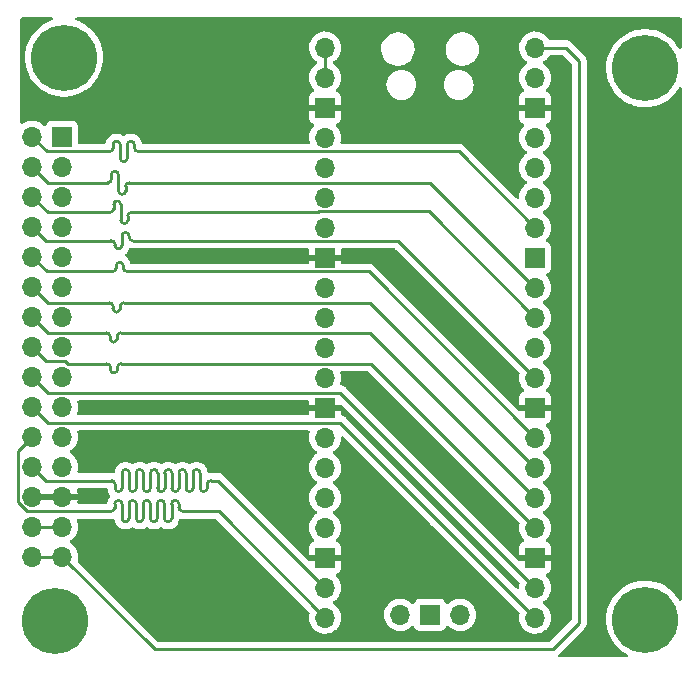
<source format=gbr>
%TF.GenerationSoftware,KiCad,Pcbnew,(6.0.1)*%
%TF.CreationDate,2022-07-20T21:55:55-07:00*%
%TF.ProjectId,LogicAnalyzer,4c6f6769-6341-46e6-916c-797a65722e6b,rev?*%
%TF.SameCoordinates,Original*%
%TF.FileFunction,Copper,L2,Bot*%
%TF.FilePolarity,Positive*%
%FSLAX46Y46*%
G04 Gerber Fmt 4.6, Leading zero omitted, Abs format (unit mm)*
G04 Created by KiCad (PCBNEW (6.0.1)) date 2022-07-20 21:55:55*
%MOMM*%
%LPD*%
G01*
G04 APERTURE LIST*
%TA.AperFunction,ComponentPad*%
%ADD10O,1.700000X1.700000*%
%TD*%
%TA.AperFunction,ComponentPad*%
%ADD11R,1.700000X1.700000*%
%TD*%
%TA.AperFunction,ConnectorPad*%
%ADD12C,5.600000*%
%TD*%
%TA.AperFunction,ComponentPad*%
%ADD13C,3.600000*%
%TD*%
%TA.AperFunction,Conductor*%
%ADD14C,0.250000*%
%TD*%
G04 APERTURE END LIST*
D10*
%TO.P,U1,1,GPIO0*%
%TO.N,Net-(U1-Pad1)*%
X99295000Y-64655000D03*
%TO.P,U1,2,GPIO1*%
X99295000Y-67195000D03*
D11*
%TO.P,U1,3,GND*%
%TO.N,/GND*%
X99295000Y-69735000D03*
D10*
%TO.P,U1,4,GPIO2*%
%TO.N,/CHAN_0*%
X99295000Y-72275000D03*
%TO.P,U1,5,GPIO3*%
%TO.N,/CHAN_1*%
X99295000Y-74815000D03*
%TO.P,U1,6,GPIO4*%
%TO.N,/CHAN_2*%
X99295000Y-77355000D03*
%TO.P,U1,7,GPIO5*%
%TO.N,/CHAN_3*%
X99295000Y-79895000D03*
D11*
%TO.P,U1,8,GND*%
%TO.N,/GND*%
X99295000Y-82435000D03*
D10*
%TO.P,U1,9,GPIO6*%
%TO.N,/CHAN_4*%
X99295000Y-84975000D03*
%TO.P,U1,10,GPIO7*%
%TO.N,/CHAN_5*%
X99295000Y-87515000D03*
%TO.P,U1,11,GPIO8*%
%TO.N,/CHAN_6*%
X99295000Y-90055000D03*
%TO.P,U1,12,GPIO9*%
%TO.N,/CHAN_7*%
X99295000Y-92595000D03*
D11*
%TO.P,U1,13,GND*%
%TO.N,/GND*%
X99295000Y-95135000D03*
D10*
%TO.P,U1,14,GPIO10*%
%TO.N,/CHAN_8*%
X99295000Y-97675000D03*
%TO.P,U1,15,GPIO11*%
%TO.N,/CHAN_9*%
X99295000Y-100215000D03*
%TO.P,U1,16,GPIO12*%
%TO.N,/CHAN_10*%
X99295000Y-102755000D03*
%TO.P,U1,17,GPIO13*%
%TO.N,/CHAN_11*%
X99295000Y-105295000D03*
D11*
%TO.P,U1,18,GND*%
%TO.N,/GND*%
X99295000Y-107835000D03*
D10*
%TO.P,U1,19,GPIO14*%
%TO.N,/CHAN_12*%
X99295000Y-110375000D03*
%TO.P,U1,20,GPIO15*%
%TO.N,/CHAN_13*%
X99295000Y-112915000D03*
%TO.P,U1,21,GPIO16*%
%TO.N,/CHAN_14*%
X117075000Y-112915000D03*
%TO.P,U1,22,GPIO17*%
%TO.N,/CHAN_15*%
X117075000Y-110375000D03*
D11*
%TO.P,U1,23,GND*%
%TO.N,/GND*%
X117075000Y-107835000D03*
D10*
%TO.P,U1,24,GPIO18*%
%TO.N,/CHAN_16*%
X117075000Y-105295000D03*
%TO.P,U1,25,GPIO19*%
%TO.N,/CHAN_17*%
X117075000Y-102755000D03*
%TO.P,U1,26,GPIO20*%
%TO.N,/CHAN_18*%
X117075000Y-100215000D03*
%TO.P,U1,27,GPIO21*%
%TO.N,/CHAN_19*%
X117075000Y-97675000D03*
D11*
%TO.P,U1,28,GND*%
%TO.N,/GND*%
X117075000Y-95135000D03*
D10*
%TO.P,U1,29,GPIO22*%
%TO.N,/CHAN_20*%
X117075000Y-92595000D03*
%TO.P,U1,30,RUN*%
%TO.N,unconnected-(U1-Pad30)*%
X117075000Y-90055000D03*
%TO.P,U1,31,GPIO26_ADC0*%
%TO.N,/CHAN_21*%
X117075000Y-87515000D03*
%TO.P,U1,32,GPIO27_ADC1*%
%TO.N,/CHAN_22*%
X117075000Y-84975000D03*
D11*
%TO.P,U1,33,AGND*%
%TO.N,unconnected-(U1-Pad33)*%
X117075000Y-82435000D03*
D10*
%TO.P,U1,34,GPIO28_ADC2*%
%TO.N,/CHAN_23*%
X117075000Y-79895000D03*
%TO.P,U1,35,ADC_VREF*%
%TO.N,unconnected-(U1-Pad35)*%
X117075000Y-77355000D03*
%TO.P,U1,36,3V3*%
%TO.N,/3V3*%
X117075000Y-74815000D03*
%TO.P,U1,37,3V3_EN*%
%TO.N,unconnected-(U1-Pad37)*%
X117075000Y-72275000D03*
D11*
%TO.P,U1,38,GND*%
%TO.N,/GND*%
X117075000Y-69735000D03*
D10*
%TO.P,U1,39,VSYS*%
%TO.N,unconnected-(U1-Pad39)*%
X117075000Y-67195000D03*
%TO.P,U1,40,VBUS*%
%TO.N,/5V*%
X117075000Y-64655000D03*
%TO.P,U1,41,SWCLK*%
%TO.N,unconnected-(U1-Pad41)*%
X105645000Y-112685000D03*
D11*
%TO.P,U1,42,GND*%
%TO.N,unconnected-(U1-Pad42)*%
X108185000Y-112685000D03*
D10*
%TO.P,U1,43,SWDIO*%
%TO.N,unconnected-(U1-Pad43)*%
X110725000Y-112685000D03*
%TD*%
D12*
%TO.P,MH,1*%
%TO.N,N/C*%
X126400000Y-113100000D03*
D13*
X126400000Y-113100000D03*
%TD*%
D12*
%TO.P,MH,1*%
%TO.N,N/C*%
X77200000Y-65500000D03*
D13*
X77200000Y-65500000D03*
%TD*%
%TO.P,MH,1*%
%TO.N,N/C*%
X126400000Y-66400000D03*
D12*
X126400000Y-66400000D03*
%TD*%
%TO.P,MH,1*%
%TO.N,N/C*%
X76400000Y-113200000D03*
D13*
X76400000Y-113200000D03*
%TD*%
D11*
%TO.P,J1,1,Pin_1*%
%TO.N,/CHAN_0*%
X77025000Y-72200000D03*
D10*
%TO.P,J1,2,Pin_2*%
%TO.N,/CHAN_23*%
X74485000Y-72200000D03*
%TO.P,J1,3,Pin_3*%
%TO.N,/CHAN_1*%
X77025000Y-74740000D03*
%TO.P,J1,4,Pin_4*%
%TO.N,/CHAN_22*%
X74485000Y-74740000D03*
%TO.P,J1,5,Pin_5*%
%TO.N,/CHAN_2*%
X77025000Y-77280000D03*
%TO.P,J1,6,Pin_6*%
%TO.N,/CHAN_21*%
X74485000Y-77280000D03*
%TO.P,J1,7,Pin_7*%
%TO.N,/CHAN_3*%
X77025000Y-79820000D03*
%TO.P,J1,8,Pin_8*%
%TO.N,/CHAN_20*%
X74485000Y-79820000D03*
%TO.P,J1,9,Pin_9*%
%TO.N,/CHAN_4*%
X77025000Y-82360000D03*
%TO.P,J1,10,Pin_10*%
%TO.N,/CHAN_19*%
X74485000Y-82360000D03*
%TO.P,J1,11,Pin_11*%
%TO.N,/CHAN_5*%
X77025000Y-84900000D03*
%TO.P,J1,12,Pin_12*%
%TO.N,/CHAN_18*%
X74485000Y-84900000D03*
%TO.P,J1,13,Pin_13*%
%TO.N,/CHAN_6*%
X77025000Y-87440000D03*
%TO.P,J1,14,Pin_14*%
%TO.N,/CHAN_17*%
X74485000Y-87440000D03*
%TO.P,J1,15,Pin_15*%
%TO.N,/CHAN_7*%
X77025000Y-89980000D03*
%TO.P,J1,16,Pin_16*%
%TO.N,/CHAN_16*%
X74485000Y-89980000D03*
%TO.P,J1,17,Pin_17*%
%TO.N,/CHAN_8*%
X77025000Y-92520000D03*
%TO.P,J1,18,Pin_18*%
%TO.N,/CHAN_15*%
X74485000Y-92520000D03*
%TO.P,J1,19,Pin_19*%
%TO.N,/CHAN_9*%
X77025000Y-95060000D03*
%TO.P,J1,20,Pin_20*%
%TO.N,/CHAN_14*%
X74485000Y-95060000D03*
%TO.P,J1,21,Pin_21*%
%TO.N,/CHAN_10*%
X77025000Y-97600000D03*
%TO.P,J1,22,Pin_22*%
%TO.N,/CHAN_13*%
X74485000Y-97600000D03*
%TO.P,J1,23,Pin_23*%
%TO.N,/CHAN_11*%
X77025000Y-100140000D03*
%TO.P,J1,24,Pin_24*%
%TO.N,/CHAN_12*%
X74485000Y-100140000D03*
%TO.P,J1,25,Pin_25*%
%TO.N,/GND*%
X77025000Y-102680000D03*
%TO.P,J1,26,Pin_26*%
X74485000Y-102680000D03*
%TO.P,J1,27,Pin_27*%
%TO.N,/3V3*%
X77025000Y-105220000D03*
%TO.P,J1,28,Pin_28*%
X74485000Y-105220000D03*
%TO.P,J1,29,Pin_29*%
%TO.N,/5V*%
X77025000Y-107760000D03*
%TO.P,J1,30,Pin_30*%
X74485000Y-107760000D03*
%TD*%
D14*
%TO.N,/CHAN_12*%
X74485000Y-100140000D02*
X75659511Y-101314511D01*
X82114511Y-101614511D02*
X82114511Y-100670045D01*
X85114511Y-101314511D02*
X85114511Y-101958977D01*
X85714511Y-101958977D02*
X85714511Y-101314511D01*
X87514511Y-100670045D02*
X87514511Y-101314511D01*
X88714511Y-100670045D02*
X88714511Y-101314511D01*
X86914511Y-101314511D02*
X86914511Y-100670045D01*
X82714511Y-100670045D02*
X82714511Y-101314511D01*
X88114511Y-101958977D02*
X88114511Y-101314511D01*
X88114511Y-101314511D02*
X88114511Y-100670045D01*
X81514511Y-101614511D02*
X81514511Y-101958977D01*
X89314511Y-101958977D02*
X89314511Y-101614511D01*
X83914511Y-100670045D02*
X83914511Y-101314511D01*
X83314511Y-101314511D02*
X83314511Y-100670045D01*
X86314511Y-101314511D02*
X86314511Y-101958977D01*
X86914511Y-101958977D02*
X86914511Y-101314511D01*
X75659511Y-101314511D02*
X81214511Y-101314511D01*
X88714511Y-101314511D02*
X88714511Y-101958977D01*
X83314511Y-101958977D02*
X83314511Y-101314511D01*
X89614511Y-101314511D02*
X90234511Y-101314511D01*
X82714511Y-101314511D02*
X82714511Y-101958977D01*
X82114511Y-101958977D02*
X82114511Y-101614511D01*
X86314511Y-100670045D02*
X86314511Y-101314511D01*
X84514511Y-101958977D02*
X84514511Y-101314511D01*
X85714511Y-101314511D02*
X85714511Y-100670045D01*
X85114511Y-100670045D02*
X85114511Y-101314511D01*
X87514511Y-101314511D02*
X87514511Y-101958977D01*
X84514511Y-101314511D02*
X84514511Y-100670045D01*
X90234511Y-101314511D02*
X99295000Y-110375000D01*
X83914511Y-101314511D02*
X83914511Y-101958977D01*
X87214511Y-100370045D02*
G75*
G03*
X86914511Y-100670045I0J-300000D01*
G01*
X84814511Y-100370045D02*
G75*
G03*
X84514511Y-100670045I0J-300000D01*
G01*
X87514511Y-100670045D02*
G75*
G03*
X87214511Y-100370045I-300000J0D01*
G01*
X87814511Y-102258977D02*
G75*
G02*
X87514511Y-101958977I0J300000D01*
G01*
X89014511Y-102258977D02*
G75*
G02*
X88714511Y-101958977I0J300000D01*
G01*
X88114511Y-101958977D02*
G75*
G02*
X87814511Y-102258977I-300000J0D01*
G01*
X82414511Y-100370045D02*
G75*
G03*
X82114511Y-100670045I0J-300000D01*
G01*
X88414511Y-100370045D02*
G75*
G03*
X88114511Y-100670045I0J-300000D01*
G01*
X89614511Y-101314511D02*
G75*
G03*
X89314511Y-101614511I0J-300000D01*
G01*
X83314511Y-101958977D02*
G75*
G02*
X83014511Y-102258977I-300000J0D01*
G01*
X84214511Y-102258977D02*
G75*
G02*
X83914511Y-101958977I0J300000D01*
G01*
X81814511Y-102258977D02*
G75*
G02*
X81514511Y-101958977I0J300000D01*
G01*
X86014511Y-100370045D02*
G75*
G03*
X85714511Y-100670045I0J-300000D01*
G01*
X85114511Y-100670045D02*
G75*
G03*
X84814511Y-100370045I-300000J0D01*
G01*
X83014511Y-102258977D02*
G75*
G02*
X82714511Y-101958977I0J300000D01*
G01*
X86314511Y-100670045D02*
G75*
G03*
X86014511Y-100370045I-300000J0D01*
G01*
X86914511Y-101958977D02*
G75*
G02*
X86614511Y-102258977I-300000J0D01*
G01*
X85714511Y-101958977D02*
G75*
G02*
X85414511Y-102258977I-300000J0D01*
G01*
X88714511Y-100670045D02*
G75*
G03*
X88414511Y-100370045I-300000J0D01*
G01*
X86614511Y-102258977D02*
G75*
G02*
X86314511Y-101958977I0J300000D01*
G01*
X82714511Y-100670045D02*
G75*
G03*
X82414511Y-100370045I-300000J0D01*
G01*
X85414511Y-102258977D02*
G75*
G02*
X85114511Y-101958977I0J300000D01*
G01*
X83614511Y-100370045D02*
G75*
G03*
X83314511Y-100670045I0J-300000D01*
G01*
X82114511Y-101958977D02*
G75*
G02*
X81814511Y-102258977I-300000J0D01*
G01*
X84514511Y-101958977D02*
G75*
G02*
X84214511Y-102258977I-300000J0D01*
G01*
X83914511Y-100670045D02*
G75*
G03*
X83614511Y-100370045I-300000J0D01*
G01*
X81514511Y-101614511D02*
G75*
G03*
X81214511Y-101314511I-300000J0D01*
G01*
X89314511Y-101958977D02*
G75*
G02*
X89014511Y-102258977I-300000J0D01*
G01*
%TO.N,/CHAN_13*%
X82100000Y-103283346D02*
X82100000Y-103600000D01*
X84500000Y-103283346D02*
X84500000Y-103900000D01*
X82700000Y-103900000D02*
X82700000Y-103283346D01*
X90280000Y-103900000D02*
X99295000Y-112915000D01*
X83900000Y-103900000D02*
X83900000Y-103283346D01*
X86300000Y-104516654D02*
X86300000Y-103900000D01*
X74485000Y-97600000D02*
X73310489Y-98774511D01*
X83300000Y-103283346D02*
X83300000Y-103900000D01*
X86900000Y-103283346D02*
X86900000Y-103600000D01*
X83900000Y-104516654D02*
X83900000Y-103900000D01*
X85700000Y-103900000D02*
X85700000Y-104516654D01*
X82700000Y-104516654D02*
X82700000Y-103900000D01*
X84500000Y-103900000D02*
X84500000Y-104516654D01*
X85100000Y-104516654D02*
X85100000Y-103900000D01*
X86300000Y-103900000D02*
X86300000Y-103283346D01*
X73310489Y-103166499D02*
X74043990Y-103900000D01*
X74043990Y-103900000D02*
X81200000Y-103900000D01*
X81500000Y-103600000D02*
X81500000Y-103283346D01*
X87200000Y-103900000D02*
X90280000Y-103900000D01*
X82100000Y-103600000D02*
X82100000Y-104516654D01*
X85700000Y-103283346D02*
X85700000Y-103900000D01*
X73310489Y-98774511D02*
X73310489Y-103166499D01*
X83300000Y-103900000D02*
X83300000Y-104516654D01*
X85100000Y-103900000D02*
X85100000Y-103283346D01*
X82100000Y-103283346D02*
G75*
G03*
X81800000Y-102983346I-300000J0D01*
G01*
X81500000Y-103600000D02*
G75*
G02*
X81200000Y-103900000I-300000J0D01*
G01*
X83300000Y-103283346D02*
G75*
G03*
X83000000Y-102983346I-300000J0D01*
G01*
X85400000Y-102983346D02*
G75*
G03*
X85100000Y-103283346I0J-300000D01*
G01*
X86900000Y-103283346D02*
G75*
G03*
X86600000Y-102983346I-300000J0D01*
G01*
X84800000Y-104816654D02*
G75*
G02*
X84500000Y-104516654I0J300000D01*
G01*
X81800000Y-102983346D02*
G75*
G03*
X81500000Y-103283346I0J-300000D01*
G01*
X84200000Y-102983346D02*
G75*
G03*
X83900000Y-103283346I0J-300000D01*
G01*
X83900000Y-104516654D02*
G75*
G02*
X83600000Y-104816654I-300000J0D01*
G01*
X84500000Y-103283346D02*
G75*
G03*
X84200000Y-102983346I-300000J0D01*
G01*
X82400000Y-104816654D02*
G75*
G02*
X82100000Y-104516654I0J300000D01*
G01*
X82700000Y-104516654D02*
G75*
G02*
X82400000Y-104816654I-300000J0D01*
G01*
X86600000Y-102983346D02*
G75*
G03*
X86300000Y-103283346I0J-300000D01*
G01*
X85100000Y-104516654D02*
G75*
G02*
X84800000Y-104816654I-300000J0D01*
G01*
X83600000Y-104816654D02*
G75*
G02*
X83300000Y-104516654I0J300000D01*
G01*
X85700000Y-103283346D02*
G75*
G03*
X85400000Y-102983346I-300000J0D01*
G01*
X86300000Y-104516654D02*
G75*
G02*
X86000000Y-104816654I-300000J0D01*
G01*
X86000000Y-104816654D02*
G75*
G02*
X85700000Y-104516654I0J300000D01*
G01*
X87200000Y-103900000D02*
G75*
G02*
X86900000Y-103600000I0J300000D01*
G01*
X83000000Y-102983346D02*
G75*
G03*
X82700000Y-103283346I0J-300000D01*
G01*
%TO.N,/CHAN_14*%
X75850489Y-96425489D02*
X74485000Y-95060000D01*
X117075000Y-112915000D02*
X100585489Y-96425489D01*
X100585489Y-96425489D02*
X75850489Y-96425489D01*
%TO.N,/CHAN_15*%
X75850489Y-93885489D02*
X100585489Y-93885489D01*
X74485000Y-92520000D02*
X75850489Y-93885489D01*
X100585489Y-93885489D02*
X117075000Y-110375000D01*
%TO.N,/CHAN_16*%
X81120489Y-91720489D02*
X81120489Y-91911156D01*
X74485000Y-89980000D02*
X75659511Y-91154511D01*
X77520489Y-91420489D02*
X80820489Y-91420489D01*
X82020489Y-91420489D02*
X88670961Y-91420489D01*
X75659511Y-91154511D02*
X77254511Y-91154511D01*
X77254511Y-91154511D02*
X77520489Y-91420489D01*
X103200489Y-91420489D02*
X117075000Y-105295000D01*
X81720489Y-91911156D02*
X81720489Y-91720489D01*
X88670961Y-91420489D02*
X103200489Y-91420489D01*
X81120489Y-91720489D02*
G75*
G03*
X80820489Y-91420489I-300000J0D01*
G01*
X82020489Y-91420489D02*
G75*
G03*
X81720489Y-91720489I0J-300000D01*
G01*
X81720489Y-91911156D02*
G75*
G02*
X81420489Y-92211156I-300000J0D01*
G01*
X81420489Y-92211156D02*
G75*
G02*
X81120489Y-91911156I0J300000D01*
G01*
%TO.N,/CHAN_17*%
X103125489Y-88805489D02*
X117075000Y-102755000D01*
X81694511Y-89296190D02*
X81694511Y-89105489D01*
X81094511Y-89105489D02*
X81094511Y-89296190D01*
X74485000Y-87440000D02*
X75850489Y-88805489D01*
X81994511Y-88805489D02*
X85687857Y-88805489D01*
X85687857Y-88805489D02*
X103125489Y-88805489D01*
X75850489Y-88805489D02*
X80794511Y-88805489D01*
X81694511Y-89296190D02*
G75*
G02*
X81394511Y-89596190I-300000J0D01*
G01*
X81994511Y-88805489D02*
G75*
G03*
X81694511Y-89105489I0J-300000D01*
G01*
X81394511Y-89596190D02*
G75*
G02*
X81094511Y-89296190I0J300000D01*
G01*
X81094511Y-89105489D02*
G75*
G03*
X80794511Y-88805489I-300000J0D01*
G01*
%TO.N,/CHAN_18*%
X74485000Y-84900000D02*
X75850489Y-86265489D01*
X75850489Y-86265489D02*
X81034511Y-86265489D01*
X87676593Y-86265489D02*
X103125489Y-86265489D01*
X81934511Y-86756190D02*
X81934511Y-86565489D01*
X81334511Y-86565489D02*
X81334511Y-86756190D01*
X82234511Y-86265489D02*
X87676593Y-86265489D01*
X103125489Y-86265489D02*
X117075000Y-100215000D01*
X81634511Y-87056190D02*
G75*
G02*
X81334511Y-86756190I0J300000D01*
G01*
X81334511Y-86565489D02*
G75*
G03*
X81034511Y-86265489I-300000J0D01*
G01*
X81934511Y-86756190D02*
G75*
G02*
X81634511Y-87056190I-300000J0D01*
G01*
X82234511Y-86265489D02*
G75*
G03*
X81934511Y-86565489I0J-300000D01*
G01*
%TO.N,/CHAN_19*%
X74485000Y-82360000D02*
X75734511Y-83609511D01*
X103009511Y-83609511D02*
X117075000Y-97675000D01*
X81609511Y-83309511D02*
X81609511Y-83118809D01*
X82509511Y-83609511D02*
X88278447Y-83609511D01*
X82209511Y-83118809D02*
X82209511Y-83309511D01*
X88278447Y-83609511D02*
X103009511Y-83609511D01*
X75734511Y-83609511D02*
X81309511Y-83609511D01*
X81909511Y-82818809D02*
G75*
G03*
X81609511Y-83118809I0J-300000D01*
G01*
X82509511Y-83609511D02*
G75*
G02*
X82209511Y-83309511I0J300000D01*
G01*
X82209511Y-83118809D02*
G75*
G03*
X81909511Y-82818809I-300000J0D01*
G01*
X81609511Y-83309511D02*
G75*
G02*
X81309511Y-83609511I-300000J0D01*
G01*
%TO.N,/CHAN_20*%
X82100000Y-81300000D02*
X82100000Y-80591647D01*
X88644793Y-81000000D02*
X98738990Y-81000000D01*
X99781499Y-81069511D02*
X99851010Y-81000000D01*
X74485000Y-79820000D02*
X75665000Y-81000000D01*
X98808501Y-81069511D02*
X99781499Y-81069511D01*
X82100000Y-81408353D02*
X82100000Y-81300000D01*
X82700000Y-80591647D02*
X82700000Y-80700000D01*
X81500000Y-81300000D02*
X81500000Y-81408353D01*
X99851010Y-81000000D02*
X105480000Y-81000000D01*
X105480000Y-81000000D02*
X117075000Y-92595000D01*
X98738990Y-81000000D02*
X98808501Y-81069511D01*
X75665000Y-81000000D02*
X81200000Y-81000000D01*
X83000000Y-81000000D02*
X88644793Y-81000000D01*
X82100000Y-81408353D02*
G75*
G02*
X81800000Y-81708353I-300000J0D01*
G01*
X82400000Y-80291647D02*
G75*
G03*
X82100000Y-80591647I0J-300000D01*
G01*
X82700000Y-80591647D02*
G75*
G03*
X82400000Y-80291647I-300000J0D01*
G01*
X81500000Y-81300000D02*
G75*
G03*
X81200000Y-81000000I-300000J0D01*
G01*
X81800000Y-81708353D02*
G75*
G02*
X81500000Y-81408353I0J300000D01*
G01*
X83000000Y-81000000D02*
G75*
G02*
X82700000Y-80700000I0J300000D01*
G01*
%TO.N,/CHAN_21*%
X99781499Y-78529511D02*
X99811010Y-78500000D01*
X82000000Y-78300000D02*
X82000000Y-79265065D01*
X99811010Y-78500000D02*
X108060000Y-78500000D01*
X108060000Y-78500000D02*
X117075000Y-87515000D01*
X75805000Y-78600000D02*
X81100000Y-78600000D01*
X98808501Y-78529511D02*
X99781499Y-78529511D01*
X81400000Y-78300000D02*
X81400000Y-77934935D01*
X82000000Y-77934935D02*
X82000000Y-78300000D01*
X74485000Y-77280000D02*
X75805000Y-78600000D01*
X98738012Y-78600000D02*
X98808501Y-78529511D01*
X82600000Y-79265065D02*
X82600000Y-78900000D01*
X89796167Y-78600000D02*
X98738012Y-78600000D01*
X82900000Y-78600000D02*
X89796167Y-78600000D01*
X82900000Y-78600000D02*
G75*
G03*
X82600000Y-78900000I0J-300000D01*
G01*
X81700000Y-77634935D02*
G75*
G03*
X81400000Y-77934935I0J-300000D01*
G01*
X82300000Y-79565065D02*
G75*
G02*
X82000000Y-79265065I0J300000D01*
G01*
X82000000Y-77934935D02*
G75*
G03*
X81700000Y-77634935I-300000J0D01*
G01*
X82600000Y-79265065D02*
G75*
G02*
X82300000Y-79565065I-300000J0D01*
G01*
X81400000Y-78300000D02*
G75*
G02*
X81100000Y-78600000I-300000J0D01*
G01*
%TO.N,/CHAN_22*%
X81805489Y-75419723D02*
X81805489Y-75805489D01*
X74485000Y-74740000D02*
X75850489Y-76105489D01*
X82705489Y-76105489D02*
X87912101Y-76105489D01*
X108205489Y-76105489D02*
X117075000Y-84975000D01*
X82405489Y-76791255D02*
X82405489Y-76405489D01*
X81205489Y-75805489D02*
X81205489Y-75419723D01*
X87912101Y-76105489D02*
X108205489Y-76105489D01*
X75850489Y-76105489D02*
X80905489Y-76105489D01*
X81805489Y-75805489D02*
X81805489Y-76791255D01*
X82405489Y-76791255D02*
G75*
G02*
X82105489Y-77091255I-300000J0D01*
G01*
X82105489Y-77091255D02*
G75*
G02*
X81805489Y-76791255I0J300000D01*
G01*
X82705489Y-76105489D02*
G75*
G03*
X82405489Y-76405489I0J-300000D01*
G01*
X81205489Y-75805489D02*
G75*
G02*
X80905489Y-76105489I-300000J0D01*
G01*
X81505489Y-75119723D02*
G75*
G03*
X81205489Y-75419723I0J-300000D01*
G01*
X81805489Y-75419723D02*
G75*
G03*
X81505489Y-75119723I-300000J0D01*
G01*
%TO.N,/CHAN_23*%
X82550489Y-74024953D02*
X82550489Y-73449511D01*
X82550489Y-73449511D02*
X82550489Y-72874069D01*
X83150489Y-72874069D02*
X83150489Y-73149511D01*
X81350489Y-73149511D02*
X81350489Y-72874069D01*
X75734511Y-73449511D02*
X81050489Y-73449511D01*
X110629511Y-73449511D02*
X117075000Y-79895000D01*
X87859766Y-73449511D02*
X110629511Y-73449511D01*
X81950489Y-73149511D02*
X81950489Y-74024953D01*
X81950489Y-72874069D02*
X81950489Y-73149511D01*
X83450489Y-73449511D02*
X87859766Y-73449511D01*
X74485000Y-72200000D02*
X75734511Y-73449511D01*
X82550489Y-74024953D02*
G75*
G02*
X82250489Y-74324953I-300000J0D01*
G01*
X81950489Y-72874069D02*
G75*
G03*
X81650489Y-72574069I-300000J0D01*
G01*
X83450489Y-73449511D02*
G75*
G02*
X83150489Y-73149511I0J300000D01*
G01*
X81650489Y-72574069D02*
G75*
G03*
X81350489Y-72874069I0J-300000D01*
G01*
X81350489Y-73149511D02*
G75*
G02*
X81050489Y-73449511I-300000J0D01*
G01*
X82850489Y-72574069D02*
G75*
G03*
X82550489Y-72874069I0J-300000D01*
G01*
X83150489Y-72874069D02*
G75*
G03*
X82850489Y-72574069I-300000J0D01*
G01*
X82250489Y-74324953D02*
G75*
G02*
X81950489Y-74024953I0J300000D01*
G01*
%TO.N,/GND*%
X99295000Y-69735000D02*
X117075000Y-69735000D01*
X77025000Y-102680000D02*
X74485000Y-102680000D01*
%TO.N,/3V3*%
X77025000Y-105220000D02*
X74485000Y-105220000D01*
%TO.N,/5V*%
X117075000Y-64655000D02*
X119655000Y-64655000D01*
X120800000Y-65800000D02*
X120800000Y-113400000D01*
X84865000Y-115600000D02*
X77025000Y-107760000D01*
X118600000Y-115600000D02*
X84865000Y-115600000D01*
X77025000Y-107760000D02*
X74485000Y-107760000D01*
X120800000Y-113400000D02*
X118600000Y-115600000D01*
X119655000Y-64655000D02*
X120800000Y-65800000D01*
%TO.N,Net-(U1-Pad1)*%
X99295000Y-64655000D02*
X99295000Y-67195000D01*
%TD*%
%TA.AperFunction,Conductor*%
%TO.N,/GND*%
G36*
X76205151Y-62128002D02*
G01*
X76251644Y-62181658D01*
X76261748Y-62251932D01*
X76232254Y-62316512D01*
X76177010Y-62353489D01*
X75980271Y-62419317D01*
X75977178Y-62420739D01*
X75977177Y-62420740D01*
X75970974Y-62423593D01*
X75654694Y-62569066D01*
X75347193Y-62753101D01*
X75344467Y-62755163D01*
X75344465Y-62755164D01*
X75338620Y-62759585D01*
X75061367Y-62969270D01*
X74800559Y-63215043D01*
X74567819Y-63487546D01*
X74565900Y-63490358D01*
X74565897Y-63490363D01*
X74483597Y-63611011D01*
X74365871Y-63783591D01*
X74197077Y-64099714D01*
X74063411Y-64432218D01*
X74062491Y-64435492D01*
X74062489Y-64435497D01*
X73982249Y-64720961D01*
X73966437Y-64777213D01*
X73907290Y-65130663D01*
X73886661Y-65488434D01*
X73886833Y-65491829D01*
X73886833Y-65491830D01*
X73889598Y-65546407D01*
X73904792Y-65846340D01*
X73905329Y-65849695D01*
X73905330Y-65849701D01*
X73935298Y-66036797D01*
X73961470Y-66200195D01*
X74056033Y-66545859D01*
X74187374Y-66879288D01*
X74216407Y-66934588D01*
X74351366Y-67191646D01*
X74353957Y-67196582D01*
X74355858Y-67199411D01*
X74355864Y-67199421D01*
X74519253Y-67442568D01*
X74553834Y-67494029D01*
X74784665Y-67768150D01*
X75043751Y-68015738D01*
X75328061Y-68233897D01*
X75357936Y-68252061D01*
X75631355Y-68418303D01*
X75631360Y-68418306D01*
X75634270Y-68420075D01*
X75637358Y-68421521D01*
X75637357Y-68421521D01*
X75955710Y-68570649D01*
X75955720Y-68570653D01*
X75958794Y-68572093D01*
X75962012Y-68573195D01*
X75962015Y-68573196D01*
X76294615Y-68687071D01*
X76294623Y-68687073D01*
X76297838Y-68688174D01*
X76647435Y-68766959D01*
X76699728Y-68772917D01*
X77000114Y-68807142D01*
X77000122Y-68807142D01*
X77003497Y-68807527D01*
X77006901Y-68807545D01*
X77006904Y-68807545D01*
X77201227Y-68808562D01*
X77361857Y-68809403D01*
X77365243Y-68809053D01*
X77365245Y-68809053D01*
X77714932Y-68772917D01*
X77714941Y-68772916D01*
X77718324Y-68772566D01*
X77721657Y-68771852D01*
X77721660Y-68771851D01*
X77894186Y-68734864D01*
X78068727Y-68697446D01*
X78408968Y-68584922D01*
X78735066Y-68436311D01*
X78996395Y-68281145D01*
X79040262Y-68255099D01*
X79040267Y-68255096D01*
X79043207Y-68253350D01*
X79329786Y-68038180D01*
X79591451Y-67793319D01*
X79825140Y-67521630D01*
X80001580Y-67264908D01*
X80026190Y-67229101D01*
X80026195Y-67229094D01*
X80028120Y-67226292D01*
X80029732Y-67223298D01*
X80029737Y-67223290D01*
X80062902Y-67161695D01*
X97932251Y-67161695D01*
X97932548Y-67166848D01*
X97932548Y-67166851D01*
X97938011Y-67261590D01*
X97945110Y-67384715D01*
X97946247Y-67389761D01*
X97946248Y-67389767D01*
X97959604Y-67449029D01*
X97994222Y-67602639D01*
X98032461Y-67696811D01*
X98071649Y-67793319D01*
X98078266Y-67809616D01*
X98194987Y-68000088D01*
X98341250Y-68168938D01*
X98345225Y-68172238D01*
X98345231Y-68172244D01*
X98350425Y-68176556D01*
X98390059Y-68235460D01*
X98391555Y-68306441D01*
X98354439Y-68366962D01*
X98314168Y-68391480D01*
X98206946Y-68431676D01*
X98191351Y-68440214D01*
X98089276Y-68516715D01*
X98076715Y-68529276D01*
X98000214Y-68631351D01*
X97991676Y-68646946D01*
X97946522Y-68767394D01*
X97942895Y-68782649D01*
X97937369Y-68833514D01*
X97937000Y-68840328D01*
X97937000Y-69462885D01*
X97941475Y-69478124D01*
X97942865Y-69479329D01*
X97950548Y-69481000D01*
X100634884Y-69481000D01*
X100650123Y-69476525D01*
X100651328Y-69475135D01*
X100652999Y-69467452D01*
X100652999Y-68840331D01*
X100652629Y-68833510D01*
X100647105Y-68782648D01*
X100643479Y-68767396D01*
X100598324Y-68646946D01*
X100589786Y-68631351D01*
X100513285Y-68529276D01*
X100500724Y-68516715D01*
X100398649Y-68440214D01*
X100383054Y-68431676D01*
X100272813Y-68390348D01*
X100216049Y-68347706D01*
X100191349Y-68281145D01*
X100206557Y-68211796D01*
X100228104Y-68183115D01*
X100329430Y-68082144D01*
X100329440Y-68082132D01*
X100333096Y-68078489D01*
X100363732Y-68035855D01*
X100460435Y-67901277D01*
X100463453Y-67897077D01*
X100504018Y-67815000D01*
X104496693Y-67815000D01*
X104515885Y-68034371D01*
X104572880Y-68247076D01*
X104588767Y-68281145D01*
X104663618Y-68441666D01*
X104663621Y-68441671D01*
X104665944Y-68446653D01*
X104669100Y-68451160D01*
X104669101Y-68451162D01*
X104761770Y-68583506D01*
X104792251Y-68627038D01*
X104947962Y-68782749D01*
X104952471Y-68785906D01*
X104952473Y-68785908D01*
X105020456Y-68833510D01*
X105128346Y-68909056D01*
X105327924Y-69002120D01*
X105540629Y-69059115D01*
X105760000Y-69078307D01*
X105979371Y-69059115D01*
X106192076Y-69002120D01*
X106391654Y-68909056D01*
X106499544Y-68833510D01*
X106567527Y-68785908D01*
X106567529Y-68785906D01*
X106572038Y-68782749D01*
X106727749Y-68627038D01*
X106758231Y-68583506D01*
X106850899Y-68451162D01*
X106850900Y-68451160D01*
X106854056Y-68446653D01*
X106856379Y-68441671D01*
X106856382Y-68441666D01*
X106931233Y-68281145D01*
X106947120Y-68247076D01*
X107004115Y-68034371D01*
X107023307Y-67815000D01*
X109346693Y-67815000D01*
X109365885Y-68034371D01*
X109422880Y-68247076D01*
X109438767Y-68281145D01*
X109513618Y-68441666D01*
X109513621Y-68441671D01*
X109515944Y-68446653D01*
X109519100Y-68451160D01*
X109519101Y-68451162D01*
X109611770Y-68583506D01*
X109642251Y-68627038D01*
X109797962Y-68782749D01*
X109802471Y-68785906D01*
X109802473Y-68785908D01*
X109870456Y-68833510D01*
X109978346Y-68909056D01*
X110177924Y-69002120D01*
X110390629Y-69059115D01*
X110610000Y-69078307D01*
X110829371Y-69059115D01*
X111042076Y-69002120D01*
X111241654Y-68909056D01*
X111349544Y-68833510D01*
X111417527Y-68785908D01*
X111417529Y-68785906D01*
X111422038Y-68782749D01*
X111577749Y-68627038D01*
X111608231Y-68583506D01*
X111700899Y-68451162D01*
X111700900Y-68451160D01*
X111704056Y-68446653D01*
X111706379Y-68441671D01*
X111706382Y-68441666D01*
X111781233Y-68281145D01*
X111797120Y-68247076D01*
X111854115Y-68034371D01*
X111873307Y-67815000D01*
X111854115Y-67595629D01*
X111797120Y-67382924D01*
X111753585Y-67289562D01*
X111706382Y-67188334D01*
X111706379Y-67188329D01*
X111704056Y-67183347D01*
X111700899Y-67178838D01*
X111580908Y-67007473D01*
X111580906Y-67007470D01*
X111577749Y-67002962D01*
X111422038Y-66847251D01*
X111241654Y-66720944D01*
X111042076Y-66627880D01*
X110829371Y-66570885D01*
X110610000Y-66551693D01*
X110390629Y-66570885D01*
X110177924Y-66627880D01*
X110084562Y-66671415D01*
X109983334Y-66718618D01*
X109983329Y-66718621D01*
X109978347Y-66720944D01*
X109973840Y-66724100D01*
X109973838Y-66724101D01*
X109802473Y-66844092D01*
X109802470Y-66844094D01*
X109797962Y-66847251D01*
X109642251Y-67002962D01*
X109639094Y-67007470D01*
X109639092Y-67007473D01*
X109519101Y-67178838D01*
X109515944Y-67183347D01*
X109513621Y-67188329D01*
X109513618Y-67188334D01*
X109466415Y-67289562D01*
X109422880Y-67382924D01*
X109365885Y-67595629D01*
X109346693Y-67815000D01*
X107023307Y-67815000D01*
X107004115Y-67595629D01*
X106947120Y-67382924D01*
X106903585Y-67289562D01*
X106856382Y-67188334D01*
X106856379Y-67188329D01*
X106854056Y-67183347D01*
X106850899Y-67178838D01*
X106730908Y-67007473D01*
X106730906Y-67007470D01*
X106727749Y-67002962D01*
X106572038Y-66847251D01*
X106391654Y-66720944D01*
X106192076Y-66627880D01*
X105979371Y-66570885D01*
X105760000Y-66551693D01*
X105540629Y-66570885D01*
X105327924Y-66627880D01*
X105234562Y-66671415D01*
X105133334Y-66718618D01*
X105133329Y-66718621D01*
X105128347Y-66720944D01*
X105123840Y-66724100D01*
X105123838Y-66724101D01*
X104952473Y-66844092D01*
X104952470Y-66844094D01*
X104947962Y-66847251D01*
X104792251Y-67002962D01*
X104789094Y-67007470D01*
X104789092Y-67007473D01*
X104669101Y-67178838D01*
X104665944Y-67183347D01*
X104663621Y-67188329D01*
X104663618Y-67188334D01*
X104616415Y-67289562D01*
X104572880Y-67382924D01*
X104515885Y-67595629D01*
X104496693Y-67815000D01*
X100504018Y-67815000D01*
X100520178Y-67782303D01*
X100560136Y-67701453D01*
X100560137Y-67701451D01*
X100562430Y-67696811D01*
X100616509Y-67518818D01*
X100625865Y-67488023D01*
X100625865Y-67488021D01*
X100627370Y-67483069D01*
X100656529Y-67261590D01*
X100657323Y-67229101D01*
X100658074Y-67198365D01*
X100658074Y-67198361D01*
X100658156Y-67195000D01*
X100639852Y-66972361D01*
X100585431Y-66755702D01*
X100496354Y-66550840D01*
X100375014Y-66363277D01*
X100224670Y-66198051D01*
X100220619Y-66194852D01*
X100220615Y-66194848D01*
X100053414Y-66062800D01*
X100053410Y-66062798D01*
X100049359Y-66059598D01*
X100008053Y-66036796D01*
X99958084Y-65986364D01*
X99943312Y-65916921D01*
X99968428Y-65850516D01*
X99995780Y-65823909D01*
X100046061Y-65788044D01*
X100174860Y-65696173D01*
X100190436Y-65680652D01*
X100282541Y-65588868D01*
X100333096Y-65538489D01*
X100392594Y-65455689D01*
X100460435Y-65361277D01*
X100463453Y-65357077D01*
X100467145Y-65349608D01*
X100560136Y-65161453D01*
X100560137Y-65161451D01*
X100562430Y-65156811D01*
X100594900Y-65049940D01*
X100625865Y-64948023D01*
X100625865Y-64948021D01*
X100627370Y-64943069D01*
X100652727Y-64750469D01*
X104047095Y-64750469D01*
X104047392Y-64755622D01*
X104047392Y-64755625D01*
X104053067Y-64854041D01*
X104060427Y-64981697D01*
X104061564Y-64986743D01*
X104061565Y-64986749D01*
X104093240Y-65127298D01*
X104111346Y-65207642D01*
X104113288Y-65212424D01*
X104113289Y-65212428D01*
X104174387Y-65362893D01*
X104198484Y-65422237D01*
X104245989Y-65499758D01*
X104300596Y-65588868D01*
X104319501Y-65619719D01*
X104471147Y-65794784D01*
X104649349Y-65942730D01*
X104849322Y-66059584D01*
X105065694Y-66142209D01*
X105070760Y-66143240D01*
X105070761Y-66143240D01*
X105123846Y-66154040D01*
X105292656Y-66188385D01*
X105423324Y-66193176D01*
X105518949Y-66196683D01*
X105518953Y-66196683D01*
X105524113Y-66196872D01*
X105529233Y-66196216D01*
X105529235Y-66196216D01*
X105602270Y-66186860D01*
X105753847Y-66167442D01*
X105758795Y-66165957D01*
X105758802Y-66165956D01*
X105970747Y-66102369D01*
X105975690Y-66100886D01*
X105980324Y-66098616D01*
X106179049Y-66001262D01*
X106179052Y-66001260D01*
X106183684Y-65998991D01*
X106372243Y-65864494D01*
X106536303Y-65701005D01*
X106542420Y-65692493D01*
X106564839Y-65661293D01*
X106671458Y-65512917D01*
X106681607Y-65492383D01*
X106771784Y-65309922D01*
X106771785Y-65309920D01*
X106774078Y-65305280D01*
X106841408Y-65083671D01*
X106871640Y-64854041D01*
X106871722Y-64850691D01*
X106873245Y-64788365D01*
X106873245Y-64788361D01*
X106873327Y-64785000D01*
X106870488Y-64750469D01*
X109497095Y-64750469D01*
X109497392Y-64755622D01*
X109497392Y-64755625D01*
X109503067Y-64854041D01*
X109510427Y-64981697D01*
X109511564Y-64986743D01*
X109511565Y-64986749D01*
X109543240Y-65127298D01*
X109561346Y-65207642D01*
X109563288Y-65212424D01*
X109563289Y-65212428D01*
X109624387Y-65362893D01*
X109648484Y-65422237D01*
X109695989Y-65499758D01*
X109750596Y-65588868D01*
X109769501Y-65619719D01*
X109921147Y-65794784D01*
X110099349Y-65942730D01*
X110299322Y-66059584D01*
X110515694Y-66142209D01*
X110520760Y-66143240D01*
X110520761Y-66143240D01*
X110573846Y-66154040D01*
X110742656Y-66188385D01*
X110873324Y-66193176D01*
X110968949Y-66196683D01*
X110968953Y-66196683D01*
X110974113Y-66196872D01*
X110979233Y-66196216D01*
X110979235Y-66196216D01*
X111052270Y-66186860D01*
X111203847Y-66167442D01*
X111208795Y-66165957D01*
X111208802Y-66165956D01*
X111420747Y-66102369D01*
X111425690Y-66100886D01*
X111430324Y-66098616D01*
X111629049Y-66001262D01*
X111629052Y-66001260D01*
X111633684Y-65998991D01*
X111822243Y-65864494D01*
X111986303Y-65701005D01*
X111992420Y-65692493D01*
X112014839Y-65661293D01*
X112121458Y-65512917D01*
X112131607Y-65492383D01*
X112221784Y-65309922D01*
X112221785Y-65309920D01*
X112224078Y-65305280D01*
X112291408Y-65083671D01*
X112321640Y-64854041D01*
X112321722Y-64850691D01*
X112323245Y-64788365D01*
X112323245Y-64788361D01*
X112323327Y-64785000D01*
X112309479Y-64616562D01*
X112304773Y-64559318D01*
X112304772Y-64559312D01*
X112304349Y-64554167D01*
X112264154Y-64394142D01*
X112249184Y-64334544D01*
X112249183Y-64334540D01*
X112247925Y-64329533D01*
X112245866Y-64324797D01*
X112157630Y-64121868D01*
X112157628Y-64121865D01*
X112155570Y-64117131D01*
X112029764Y-63922665D01*
X111873887Y-63751358D01*
X111869836Y-63748159D01*
X111869832Y-63748155D01*
X111696177Y-63611011D01*
X111696172Y-63611008D01*
X111692123Y-63607810D01*
X111687607Y-63605317D01*
X111687604Y-63605315D01*
X111493879Y-63498373D01*
X111493875Y-63498371D01*
X111489355Y-63495876D01*
X111484486Y-63494152D01*
X111484482Y-63494150D01*
X111275903Y-63420288D01*
X111275899Y-63420287D01*
X111271028Y-63418562D01*
X111265935Y-63417655D01*
X111265932Y-63417654D01*
X111048095Y-63378851D01*
X111048089Y-63378850D01*
X111043006Y-63377945D01*
X110970096Y-63377054D01*
X110816581Y-63375179D01*
X110816579Y-63375179D01*
X110811411Y-63375116D01*
X110582464Y-63410150D01*
X110362314Y-63482106D01*
X110357726Y-63484494D01*
X110357722Y-63484496D01*
X110290292Y-63519598D01*
X110156872Y-63589052D01*
X110152739Y-63592155D01*
X110152736Y-63592157D01*
X109975790Y-63725012D01*
X109971655Y-63728117D01*
X109968083Y-63731855D01*
X109884369Y-63819457D01*
X109811639Y-63895564D01*
X109808725Y-63899836D01*
X109808724Y-63899837D01*
X109752895Y-63981680D01*
X109681119Y-64086899D01*
X109583602Y-64296981D01*
X109521707Y-64520169D01*
X109497095Y-64750469D01*
X106870488Y-64750469D01*
X106859479Y-64616562D01*
X106854773Y-64559318D01*
X106854772Y-64559312D01*
X106854349Y-64554167D01*
X106814154Y-64394142D01*
X106799184Y-64334544D01*
X106799183Y-64334540D01*
X106797925Y-64329533D01*
X106795866Y-64324797D01*
X106707630Y-64121868D01*
X106707628Y-64121865D01*
X106705570Y-64117131D01*
X106579764Y-63922665D01*
X106423887Y-63751358D01*
X106419836Y-63748159D01*
X106419832Y-63748155D01*
X106246177Y-63611011D01*
X106246172Y-63611008D01*
X106242123Y-63607810D01*
X106237607Y-63605317D01*
X106237604Y-63605315D01*
X106043879Y-63498373D01*
X106043875Y-63498371D01*
X106039355Y-63495876D01*
X106034486Y-63494152D01*
X106034482Y-63494150D01*
X105825903Y-63420288D01*
X105825899Y-63420287D01*
X105821028Y-63418562D01*
X105815935Y-63417655D01*
X105815932Y-63417654D01*
X105598095Y-63378851D01*
X105598089Y-63378850D01*
X105593006Y-63377945D01*
X105520096Y-63377054D01*
X105366581Y-63375179D01*
X105366579Y-63375179D01*
X105361411Y-63375116D01*
X105132464Y-63410150D01*
X104912314Y-63482106D01*
X104907726Y-63484494D01*
X104907722Y-63484496D01*
X104840292Y-63519598D01*
X104706872Y-63589052D01*
X104702739Y-63592155D01*
X104702736Y-63592157D01*
X104525790Y-63725012D01*
X104521655Y-63728117D01*
X104518083Y-63731855D01*
X104434369Y-63819457D01*
X104361639Y-63895564D01*
X104358725Y-63899836D01*
X104358724Y-63899837D01*
X104302895Y-63981680D01*
X104231119Y-64086899D01*
X104133602Y-64296981D01*
X104071707Y-64520169D01*
X104047095Y-64750469D01*
X100652727Y-64750469D01*
X100656529Y-64721590D01*
X100657142Y-64696499D01*
X100658074Y-64658365D01*
X100658074Y-64658361D01*
X100658156Y-64655000D01*
X100639852Y-64432361D01*
X100585431Y-64215702D01*
X100496354Y-64010840D01*
X100404768Y-63869270D01*
X100377822Y-63827617D01*
X100377820Y-63827614D01*
X100375014Y-63823277D01*
X100224670Y-63658051D01*
X100220619Y-63654852D01*
X100220615Y-63654848D01*
X100053414Y-63522800D01*
X100053410Y-63522798D01*
X100049359Y-63519598D01*
X100006387Y-63495876D01*
X99986608Y-63484958D01*
X99853789Y-63411638D01*
X99848920Y-63409914D01*
X99848916Y-63409912D01*
X99648087Y-63338795D01*
X99648083Y-63338794D01*
X99643212Y-63337069D01*
X99638119Y-63336162D01*
X99638116Y-63336161D01*
X99428373Y-63298800D01*
X99428367Y-63298799D01*
X99423284Y-63297894D01*
X99349452Y-63296992D01*
X99205081Y-63295228D01*
X99205079Y-63295228D01*
X99199911Y-63295165D01*
X98979091Y-63328955D01*
X98766756Y-63398357D01*
X98741015Y-63411757D01*
X98582740Y-63494150D01*
X98568607Y-63501507D01*
X98564474Y-63504610D01*
X98564471Y-63504612D01*
X98427024Y-63607810D01*
X98389965Y-63635635D01*
X98235629Y-63797138D01*
X98232715Y-63801410D01*
X98232714Y-63801411D01*
X98152611Y-63918838D01*
X98109743Y-63981680D01*
X98071011Y-64065121D01*
X98034471Y-64143841D01*
X98015688Y-64184305D01*
X97955989Y-64399570D01*
X97932251Y-64621695D01*
X97932548Y-64626848D01*
X97932548Y-64626851D01*
X97941667Y-64785000D01*
X97945110Y-64844715D01*
X97946247Y-64849761D01*
X97946248Y-64849767D01*
X97947959Y-64857359D01*
X97994222Y-65062639D01*
X98078266Y-65269616D01*
X98113254Y-65326712D01*
X98163459Y-65408638D01*
X98194987Y-65460088D01*
X98341250Y-65628938D01*
X98513126Y-65771632D01*
X98517593Y-65774242D01*
X98586445Y-65814476D01*
X98635169Y-65866114D01*
X98648240Y-65935897D01*
X98621509Y-66001669D01*
X98581055Y-66035027D01*
X98568607Y-66041507D01*
X98564474Y-66044610D01*
X98564471Y-66044612D01*
X98434484Y-66142209D01*
X98389965Y-66175635D01*
X98235629Y-66337138D01*
X98109743Y-66521680D01*
X98084786Y-66575446D01*
X98018328Y-66718618D01*
X98015688Y-66724305D01*
X97955989Y-66939570D01*
X97932251Y-67161695D01*
X80062902Y-67161695D01*
X80196395Y-66913772D01*
X80198017Y-66910760D01*
X80332842Y-66578724D01*
X80335212Y-66570406D01*
X80363527Y-66471006D01*
X80431020Y-66234070D01*
X80447038Y-66140364D01*
X80490829Y-65884175D01*
X80490829Y-65884173D01*
X80491401Y-65880828D01*
X80492253Y-65866908D01*
X80513168Y-65524928D01*
X80513278Y-65523131D01*
X80513359Y-65500000D01*
X80493979Y-65142159D01*
X80436066Y-64788505D01*
X80340297Y-64443173D01*
X80338049Y-64437522D01*
X80215134Y-64128652D01*
X80207793Y-64110205D01*
X80142228Y-63986375D01*
X80041702Y-63796513D01*
X80041698Y-63796506D01*
X80040103Y-63793494D01*
X79839190Y-63496746D01*
X79828802Y-63484496D01*
X79693564Y-63325030D01*
X79607403Y-63223432D01*
X79347454Y-62976750D01*
X79062384Y-62759585D01*
X79059472Y-62757828D01*
X79059467Y-62757825D01*
X78758443Y-62576236D01*
X78758437Y-62576233D01*
X78755528Y-62574478D01*
X78430475Y-62423593D01*
X78222947Y-62353349D01*
X78164835Y-62312562D01*
X78137999Y-62246833D01*
X78150959Y-62177029D01*
X78199601Y-62125313D01*
X78263344Y-62108000D01*
X129366000Y-62108000D01*
X129434121Y-62128002D01*
X129480614Y-62181658D01*
X129492000Y-62234000D01*
X129492000Y-64662002D01*
X129471998Y-64730123D01*
X129418342Y-64776616D01*
X129348068Y-64786720D01*
X129283488Y-64757226D01*
X129254648Y-64720965D01*
X129240103Y-64693494D01*
X129039190Y-64396746D01*
X128807403Y-64123432D01*
X128547454Y-63876750D01*
X128348269Y-63725012D01*
X128265091Y-63661647D01*
X128265089Y-63661646D01*
X128262384Y-63659585D01*
X128259472Y-63657828D01*
X128259467Y-63657825D01*
X127958443Y-63476236D01*
X127958437Y-63476233D01*
X127955528Y-63474478D01*
X127663225Y-63338795D01*
X127633571Y-63325030D01*
X127633569Y-63325029D01*
X127630475Y-63323593D01*
X127460751Y-63266145D01*
X127294255Y-63209789D01*
X127294250Y-63209788D01*
X127291028Y-63208697D01*
X127092681Y-63164724D01*
X126944493Y-63131871D01*
X126944487Y-63131870D01*
X126941158Y-63131132D01*
X126937769Y-63130758D01*
X126937764Y-63130757D01*
X126588338Y-63092180D01*
X126588333Y-63092180D01*
X126584957Y-63091807D01*
X126581558Y-63091801D01*
X126581557Y-63091801D01*
X126412080Y-63091505D01*
X126226592Y-63091182D01*
X126113413Y-63103277D01*
X125873639Y-63128901D01*
X125873631Y-63128902D01*
X125870256Y-63129263D01*
X125520117Y-63205606D01*
X125180271Y-63319317D01*
X125177178Y-63320739D01*
X125177177Y-63320740D01*
X125057253Y-63375899D01*
X124854694Y-63469066D01*
X124851760Y-63470822D01*
X124851758Y-63470823D01*
X124570131Y-63639373D01*
X124547193Y-63653101D01*
X124544467Y-63655163D01*
X124544465Y-63655164D01*
X124322181Y-63823277D01*
X124261367Y-63869270D01*
X124258882Y-63871612D01*
X124258877Y-63871616D01*
X124200096Y-63927009D01*
X124000559Y-64115043D01*
X123767819Y-64387546D01*
X123765900Y-64390358D01*
X123765897Y-64390363D01*
X123680741Y-64515197D01*
X123565871Y-64683591D01*
X123397077Y-64999714D01*
X123263411Y-65332218D01*
X123262491Y-65335492D01*
X123262489Y-65335497D01*
X123180007Y-65628938D01*
X123166437Y-65677213D01*
X123165875Y-65680570D01*
X123165875Y-65680571D01*
X123113613Y-65992881D01*
X123107290Y-66030663D01*
X123086661Y-66388434D01*
X123086833Y-66391829D01*
X123086833Y-66391830D01*
X123094888Y-66550840D01*
X123104792Y-66746340D01*
X123105329Y-66749695D01*
X123105330Y-66749701D01*
X123131128Y-66910760D01*
X123161470Y-67100195D01*
X123256033Y-67445859D01*
X123387374Y-67779288D01*
X123395960Y-67795642D01*
X123551168Y-68091269D01*
X123553957Y-68096582D01*
X123555858Y-68099411D01*
X123555864Y-68099421D01*
X123651516Y-68241765D01*
X123753834Y-68394029D01*
X123984665Y-68668150D01*
X124243751Y-68915738D01*
X124528061Y-69133897D01*
X124560056Y-69153350D01*
X124831355Y-69318303D01*
X124831360Y-69318306D01*
X124834270Y-69320075D01*
X124837358Y-69321521D01*
X124837357Y-69321521D01*
X125155710Y-69470649D01*
X125155720Y-69470653D01*
X125158794Y-69472093D01*
X125162012Y-69473195D01*
X125162015Y-69473196D01*
X125494615Y-69587071D01*
X125494623Y-69587073D01*
X125497838Y-69588174D01*
X125847435Y-69666959D01*
X125899728Y-69672917D01*
X126200114Y-69707142D01*
X126200122Y-69707142D01*
X126203497Y-69707527D01*
X126206901Y-69707545D01*
X126206904Y-69707545D01*
X126401227Y-69708562D01*
X126561857Y-69709403D01*
X126565243Y-69709053D01*
X126565245Y-69709053D01*
X126914932Y-69672917D01*
X126914941Y-69672916D01*
X126918324Y-69672566D01*
X126921657Y-69671852D01*
X126921660Y-69671851D01*
X127094186Y-69634864D01*
X127268727Y-69597446D01*
X127608968Y-69484922D01*
X127935066Y-69336311D01*
X128029052Y-69280506D01*
X128240262Y-69155099D01*
X128240267Y-69155096D01*
X128243207Y-69153350D01*
X128529786Y-68938180D01*
X128791451Y-68693319D01*
X129025140Y-68421630D01*
X129131750Y-68266512D01*
X129226190Y-68129101D01*
X129226195Y-68129094D01*
X129228120Y-68126292D01*
X129229732Y-68123298D01*
X129229737Y-68123290D01*
X129255060Y-68076259D01*
X129304966Y-68025763D01*
X129374251Y-68010264D01*
X129440916Y-68034684D01*
X129483795Y-68091269D01*
X129492000Y-68135994D01*
X129492000Y-111362002D01*
X129471998Y-111430123D01*
X129418342Y-111476616D01*
X129348068Y-111486720D01*
X129283488Y-111457226D01*
X129254648Y-111420965D01*
X129240103Y-111393494D01*
X129039190Y-111096746D01*
X129026072Y-111081277D01*
X128943506Y-110983919D01*
X128807403Y-110823432D01*
X128547454Y-110576750D01*
X128282619Y-110375000D01*
X128265091Y-110361647D01*
X128265089Y-110361646D01*
X128262384Y-110359585D01*
X128259472Y-110357828D01*
X128259467Y-110357825D01*
X127958443Y-110176236D01*
X127958437Y-110176233D01*
X127955528Y-110174478D01*
X127630475Y-110023593D01*
X127460751Y-109966145D01*
X127294255Y-109909789D01*
X127294250Y-109909788D01*
X127291028Y-109908697D01*
X127092681Y-109864724D01*
X126944493Y-109831871D01*
X126944487Y-109831870D01*
X126941158Y-109831132D01*
X126937769Y-109830758D01*
X126937764Y-109830757D01*
X126588338Y-109792180D01*
X126588333Y-109792180D01*
X126584957Y-109791807D01*
X126581558Y-109791801D01*
X126581557Y-109791801D01*
X126412080Y-109791505D01*
X126226592Y-109791182D01*
X126113413Y-109803277D01*
X125873639Y-109828901D01*
X125873631Y-109828902D01*
X125870256Y-109829263D01*
X125520117Y-109905606D01*
X125180271Y-110019317D01*
X125177178Y-110020739D01*
X125177177Y-110020740D01*
X125170974Y-110023593D01*
X124854694Y-110169066D01*
X124851760Y-110170822D01*
X124851758Y-110170823D01*
X124574828Y-110336562D01*
X124547193Y-110353101D01*
X124544467Y-110355163D01*
X124544465Y-110355164D01*
X124267390Y-110564715D01*
X124261367Y-110569270D01*
X124000559Y-110815043D01*
X123767819Y-111087546D01*
X123765900Y-111090358D01*
X123765897Y-111090363D01*
X123695104Y-111194142D01*
X123565871Y-111383591D01*
X123397077Y-111699714D01*
X123263411Y-112032218D01*
X123262491Y-112035492D01*
X123262489Y-112035497D01*
X123201993Y-112250720D01*
X123166437Y-112377213D01*
X123165875Y-112380570D01*
X123165875Y-112380571D01*
X123113700Y-112692361D01*
X123107290Y-112730663D01*
X123086661Y-113088434D01*
X123086833Y-113091829D01*
X123086833Y-113091830D01*
X123091021Y-113174501D01*
X123104792Y-113446340D01*
X123105329Y-113449695D01*
X123105330Y-113449701D01*
X123132812Y-113621277D01*
X123161470Y-113800195D01*
X123256033Y-114145859D01*
X123387374Y-114479288D01*
X123388957Y-114482303D01*
X123551168Y-114791269D01*
X123553957Y-114796582D01*
X123555858Y-114799411D01*
X123555864Y-114799421D01*
X123739569Y-115072800D01*
X123753834Y-115094029D01*
X123984665Y-115368150D01*
X124243751Y-115615738D01*
X124528061Y-115833897D01*
X124560056Y-115853350D01*
X124831355Y-116018303D01*
X124831360Y-116018306D01*
X124834270Y-116020075D01*
X124848684Y-116026827D01*
X124902205Y-116051898D01*
X124955408Y-116098908D01*
X124974750Y-116167219D01*
X124954090Y-116235143D01*
X124899987Y-116281115D01*
X124848756Y-116292000D01*
X119112667Y-116292000D01*
X119044546Y-116271998D01*
X118998053Y-116218342D01*
X118987949Y-116148068D01*
X119017443Y-116083488D01*
X119026417Y-116074147D01*
X119030692Y-116070133D01*
X119037107Y-116065472D01*
X119065298Y-116031395D01*
X119073288Y-116022616D01*
X121192253Y-113903652D01*
X121200539Y-113896112D01*
X121207018Y-113892000D01*
X121253644Y-113842348D01*
X121256398Y-113839507D01*
X121276135Y-113819770D01*
X121278615Y-113816573D01*
X121286320Y-113807551D01*
X121316586Y-113775321D01*
X121320405Y-113768375D01*
X121320407Y-113768372D01*
X121326348Y-113757566D01*
X121337199Y-113741047D01*
X121344758Y-113731301D01*
X121349614Y-113725041D01*
X121352759Y-113717772D01*
X121352762Y-113717768D01*
X121367174Y-113684463D01*
X121372391Y-113673813D01*
X121393695Y-113635060D01*
X121398733Y-113615437D01*
X121405137Y-113596734D01*
X121410033Y-113585420D01*
X121410033Y-113585419D01*
X121413181Y-113578145D01*
X121414420Y-113570322D01*
X121414423Y-113570312D01*
X121420099Y-113534476D01*
X121422505Y-113522856D01*
X121431528Y-113487711D01*
X121431528Y-113487710D01*
X121433500Y-113480030D01*
X121433500Y-113459776D01*
X121435051Y-113440065D01*
X121436980Y-113427886D01*
X121438220Y-113420057D01*
X121434059Y-113376038D01*
X121433500Y-113364181D01*
X121433500Y-65878768D01*
X121434027Y-65867585D01*
X121435702Y-65860092D01*
X121435376Y-65849701D01*
X121433562Y-65792002D01*
X121433500Y-65788044D01*
X121433500Y-65760144D01*
X121432996Y-65756153D01*
X121432063Y-65744311D01*
X121430923Y-65708036D01*
X121430674Y-65700111D01*
X121425021Y-65680652D01*
X121421012Y-65661293D01*
X121420846Y-65659983D01*
X121418474Y-65641203D01*
X121415558Y-65633837D01*
X121415556Y-65633831D01*
X121402200Y-65600098D01*
X121398355Y-65588868D01*
X121388230Y-65554017D01*
X121388230Y-65554016D01*
X121386019Y-65546407D01*
X121380927Y-65537797D01*
X121375705Y-65528966D01*
X121367008Y-65511213D01*
X121362472Y-65499758D01*
X121359552Y-65492383D01*
X121333563Y-65456612D01*
X121327047Y-65446692D01*
X121308578Y-65415463D01*
X121304542Y-65408638D01*
X121290221Y-65394317D01*
X121277380Y-65379283D01*
X121270131Y-65369306D01*
X121265472Y-65362893D01*
X121231395Y-65334702D01*
X121222616Y-65326712D01*
X120158652Y-64262747D01*
X120151112Y-64254461D01*
X120147000Y-64247982D01*
X120097348Y-64201356D01*
X120094507Y-64198602D01*
X120074770Y-64178865D01*
X120071573Y-64176385D01*
X120062551Y-64168680D01*
X120036100Y-64143841D01*
X120030321Y-64138414D01*
X120023375Y-64134595D01*
X120023372Y-64134593D01*
X120012566Y-64128652D01*
X119996047Y-64117801D01*
X119989473Y-64112702D01*
X119980041Y-64105386D01*
X119972772Y-64102241D01*
X119972768Y-64102238D01*
X119939463Y-64087826D01*
X119928813Y-64082609D01*
X119890060Y-64061305D01*
X119870437Y-64056267D01*
X119851734Y-64049863D01*
X119840420Y-64044967D01*
X119840419Y-64044967D01*
X119833145Y-64041819D01*
X119825322Y-64040580D01*
X119825312Y-64040577D01*
X119789476Y-64034901D01*
X119777856Y-64032495D01*
X119742711Y-64023472D01*
X119742710Y-64023472D01*
X119735030Y-64021500D01*
X119714776Y-64021500D01*
X119695065Y-64019949D01*
X119682886Y-64018020D01*
X119675057Y-64016780D01*
X119667165Y-64017526D01*
X119631039Y-64020941D01*
X119619181Y-64021500D01*
X118351805Y-64021500D01*
X118283684Y-64001498D01*
X118246013Y-63963940D01*
X118157822Y-63827617D01*
X118157820Y-63827614D01*
X118155014Y-63823277D01*
X118004670Y-63658051D01*
X118000619Y-63654852D01*
X118000615Y-63654848D01*
X117833414Y-63522800D01*
X117833410Y-63522798D01*
X117829359Y-63519598D01*
X117786387Y-63495876D01*
X117766608Y-63484958D01*
X117633789Y-63411638D01*
X117628920Y-63409914D01*
X117628916Y-63409912D01*
X117428087Y-63338795D01*
X117428083Y-63338794D01*
X117423212Y-63337069D01*
X117418119Y-63336162D01*
X117418116Y-63336161D01*
X117208373Y-63298800D01*
X117208367Y-63298799D01*
X117203284Y-63297894D01*
X117129452Y-63296992D01*
X116985081Y-63295228D01*
X116985079Y-63295228D01*
X116979911Y-63295165D01*
X116759091Y-63328955D01*
X116546756Y-63398357D01*
X116521015Y-63411757D01*
X116362740Y-63494150D01*
X116348607Y-63501507D01*
X116344474Y-63504610D01*
X116344471Y-63504612D01*
X116207024Y-63607810D01*
X116169965Y-63635635D01*
X116015629Y-63797138D01*
X116012715Y-63801410D01*
X116012714Y-63801411D01*
X115932611Y-63918838D01*
X115889743Y-63981680D01*
X115851011Y-64065121D01*
X115814471Y-64143841D01*
X115795688Y-64184305D01*
X115735989Y-64399570D01*
X115712251Y-64621695D01*
X115712548Y-64626848D01*
X115712548Y-64626851D01*
X115721667Y-64785000D01*
X115725110Y-64844715D01*
X115726247Y-64849761D01*
X115726248Y-64849767D01*
X115727959Y-64857359D01*
X115774222Y-65062639D01*
X115858266Y-65269616D01*
X115893254Y-65326712D01*
X115943459Y-65408638D01*
X115974987Y-65460088D01*
X116121250Y-65628938D01*
X116293126Y-65771632D01*
X116321212Y-65788044D01*
X116366445Y-65814476D01*
X116415169Y-65866114D01*
X116428240Y-65935897D01*
X116401509Y-66001669D01*
X116361055Y-66035027D01*
X116348607Y-66041507D01*
X116344474Y-66044610D01*
X116344471Y-66044612D01*
X116214484Y-66142209D01*
X116169965Y-66175635D01*
X116015629Y-66337138D01*
X115889743Y-66521680D01*
X115864786Y-66575446D01*
X115798328Y-66718618D01*
X115795688Y-66724305D01*
X115735989Y-66939570D01*
X115712251Y-67161695D01*
X115712548Y-67166848D01*
X115712548Y-67166851D01*
X115718011Y-67261590D01*
X115725110Y-67384715D01*
X115726247Y-67389761D01*
X115726248Y-67389767D01*
X115739604Y-67449029D01*
X115774222Y-67602639D01*
X115812461Y-67696811D01*
X115851649Y-67793319D01*
X115858266Y-67809616D01*
X115974987Y-68000088D01*
X116121250Y-68168938D01*
X116125225Y-68172238D01*
X116125231Y-68172244D01*
X116130425Y-68176556D01*
X116170059Y-68235460D01*
X116171555Y-68306441D01*
X116134439Y-68366962D01*
X116094168Y-68391480D01*
X115986946Y-68431676D01*
X115971351Y-68440214D01*
X115869276Y-68516715D01*
X115856715Y-68529276D01*
X115780214Y-68631351D01*
X115771676Y-68646946D01*
X115726522Y-68767394D01*
X115722895Y-68782649D01*
X115717369Y-68833514D01*
X115717000Y-68840328D01*
X115717000Y-69462885D01*
X115721475Y-69478124D01*
X115722865Y-69479329D01*
X115730548Y-69481000D01*
X118414884Y-69481000D01*
X118430123Y-69476525D01*
X118431328Y-69475135D01*
X118432999Y-69467452D01*
X118432999Y-68840331D01*
X118432629Y-68833510D01*
X118427105Y-68782648D01*
X118423479Y-68767396D01*
X118378324Y-68646946D01*
X118369786Y-68631351D01*
X118293285Y-68529276D01*
X118280724Y-68516715D01*
X118178649Y-68440214D01*
X118163054Y-68431676D01*
X118052813Y-68390348D01*
X117996049Y-68347706D01*
X117971349Y-68281145D01*
X117986557Y-68211796D01*
X118008104Y-68183115D01*
X118109430Y-68082144D01*
X118109440Y-68082132D01*
X118113096Y-68078489D01*
X118143732Y-68035855D01*
X118240435Y-67901277D01*
X118243453Y-67897077D01*
X118300178Y-67782303D01*
X118340136Y-67701453D01*
X118340137Y-67701451D01*
X118342430Y-67696811D01*
X118396509Y-67518818D01*
X118405865Y-67488023D01*
X118405865Y-67488021D01*
X118407370Y-67483069D01*
X118436529Y-67261590D01*
X118437323Y-67229101D01*
X118438074Y-67198365D01*
X118438074Y-67198361D01*
X118438156Y-67195000D01*
X118419852Y-66972361D01*
X118365431Y-66755702D01*
X118276354Y-66550840D01*
X118155014Y-66363277D01*
X118004670Y-66198051D01*
X118000619Y-66194852D01*
X118000615Y-66194848D01*
X117833414Y-66062800D01*
X117833410Y-66062798D01*
X117829359Y-66059598D01*
X117788053Y-66036796D01*
X117738084Y-65986364D01*
X117723312Y-65916921D01*
X117748428Y-65850516D01*
X117775780Y-65823909D01*
X117826061Y-65788044D01*
X117954860Y-65696173D01*
X117970436Y-65680652D01*
X118062541Y-65588868D01*
X118113096Y-65538489D01*
X118172594Y-65455689D01*
X118240435Y-65361277D01*
X118243453Y-65357077D01*
X118245746Y-65352437D01*
X118247446Y-65349608D01*
X118299674Y-65301518D01*
X118355451Y-65288500D01*
X119340406Y-65288500D01*
X119408527Y-65308502D01*
X119429501Y-65325405D01*
X120129595Y-66025499D01*
X120163621Y-66087811D01*
X120166500Y-66114594D01*
X120166500Y-113085406D01*
X120146498Y-113153527D01*
X120129595Y-113174501D01*
X118374500Y-114929595D01*
X118312188Y-114963621D01*
X118285405Y-114966500D01*
X85179595Y-114966500D01*
X85111474Y-114946498D01*
X85090500Y-114929595D01*
X78376218Y-108215313D01*
X78342192Y-108153001D01*
X78344755Y-108089589D01*
X78355865Y-108053022D01*
X78357370Y-108048069D01*
X78386529Y-107826590D01*
X78388156Y-107760000D01*
X78369852Y-107537361D01*
X78315431Y-107320702D01*
X78226354Y-107115840D01*
X78108402Y-106933514D01*
X78107822Y-106932617D01*
X78107820Y-106932614D01*
X78105014Y-106928277D01*
X77954670Y-106763051D01*
X77950619Y-106759852D01*
X77950615Y-106759848D01*
X77783414Y-106627800D01*
X77783410Y-106627798D01*
X77779359Y-106624598D01*
X77738053Y-106601796D01*
X77688084Y-106551364D01*
X77673312Y-106481921D01*
X77698428Y-106415516D01*
X77725780Y-106388909D01*
X77769603Y-106357650D01*
X77904860Y-106261173D01*
X78063096Y-106103489D01*
X78193453Y-105922077D01*
X78201978Y-105904829D01*
X78290136Y-105726453D01*
X78290137Y-105726451D01*
X78292430Y-105721811D01*
X78357370Y-105508069D01*
X78386529Y-105286590D01*
X78388156Y-105220000D01*
X78369852Y-104997361D01*
X78315431Y-104780702D01*
X78284577Y-104709743D01*
X78275756Y-104639296D01*
X78306423Y-104575264D01*
X78366839Y-104537976D01*
X78400126Y-104533500D01*
X81146005Y-104533500D01*
X81163759Y-104534757D01*
X81186636Y-104538013D01*
X81193191Y-104538082D01*
X81195874Y-104538110D01*
X81195877Y-104538110D01*
X81200000Y-104538153D01*
X81204089Y-104537658D01*
X81204093Y-104537658D01*
X81230373Y-104534478D01*
X81234471Y-104534051D01*
X81337191Y-104525064D01*
X81406793Y-104539052D01*
X81457785Y-104588451D01*
X81473690Y-104639601D01*
X81477170Y-104679374D01*
X81519446Y-104837149D01*
X81521769Y-104842130D01*
X81521769Y-104842131D01*
X81586151Y-104980200D01*
X81586154Y-104980205D01*
X81588477Y-104985187D01*
X81682166Y-105118988D01*
X81797666Y-105234488D01*
X81931467Y-105328177D01*
X81936449Y-105330500D01*
X81936454Y-105330503D01*
X82074523Y-105394885D01*
X82079505Y-105397208D01*
X82084813Y-105398630D01*
X82084815Y-105398631D01*
X82231965Y-105438060D01*
X82231967Y-105438060D01*
X82237280Y-105439484D01*
X82242766Y-105439964D01*
X82242772Y-105439965D01*
X82344659Y-105448880D01*
X82351429Y-105449657D01*
X82382549Y-105454086D01*
X82382559Y-105454087D01*
X82386636Y-105454667D01*
X82393256Y-105454736D01*
X82395874Y-105454764D01*
X82395877Y-105454764D01*
X82400000Y-105454807D01*
X82404089Y-105454312D01*
X82404093Y-105454312D01*
X82430373Y-105451132D01*
X82434526Y-105450700D01*
X82477248Y-105446962D01*
X82562720Y-105439484D01*
X82660566Y-105413266D01*
X82715185Y-105398631D01*
X82715187Y-105398630D01*
X82720495Y-105397208D01*
X82725477Y-105394885D01*
X82863546Y-105330503D01*
X82863551Y-105330500D01*
X82868533Y-105328177D01*
X82927729Y-105286727D01*
X82995003Y-105264039D01*
X83063863Y-105281324D01*
X83072268Y-105286725D01*
X83131467Y-105328177D01*
X83136449Y-105330500D01*
X83136454Y-105330503D01*
X83274523Y-105394885D01*
X83279505Y-105397208D01*
X83284813Y-105398630D01*
X83284815Y-105398631D01*
X83431965Y-105438060D01*
X83431967Y-105438060D01*
X83437280Y-105439484D01*
X83442766Y-105439964D01*
X83442772Y-105439965D01*
X83544659Y-105448880D01*
X83551429Y-105449657D01*
X83582549Y-105454086D01*
X83582559Y-105454087D01*
X83586636Y-105454667D01*
X83593256Y-105454736D01*
X83595874Y-105454764D01*
X83595877Y-105454764D01*
X83600000Y-105454807D01*
X83604089Y-105454312D01*
X83604093Y-105454312D01*
X83630373Y-105451132D01*
X83634526Y-105450700D01*
X83677248Y-105446962D01*
X83762720Y-105439484D01*
X83860566Y-105413266D01*
X83915185Y-105398631D01*
X83915187Y-105398630D01*
X83920495Y-105397208D01*
X83925477Y-105394885D01*
X84063546Y-105330503D01*
X84063551Y-105330500D01*
X84068533Y-105328177D01*
X84127729Y-105286727D01*
X84195003Y-105264039D01*
X84263863Y-105281324D01*
X84272268Y-105286725D01*
X84331467Y-105328177D01*
X84336449Y-105330500D01*
X84336454Y-105330503D01*
X84474523Y-105394885D01*
X84479505Y-105397208D01*
X84484813Y-105398630D01*
X84484815Y-105398631D01*
X84631965Y-105438060D01*
X84631967Y-105438060D01*
X84637280Y-105439484D01*
X84642766Y-105439964D01*
X84642772Y-105439965D01*
X84744659Y-105448880D01*
X84751429Y-105449657D01*
X84782549Y-105454086D01*
X84782559Y-105454087D01*
X84786636Y-105454667D01*
X84793256Y-105454736D01*
X84795874Y-105454764D01*
X84795877Y-105454764D01*
X84800000Y-105454807D01*
X84804089Y-105454312D01*
X84804093Y-105454312D01*
X84830373Y-105451132D01*
X84834526Y-105450700D01*
X84877248Y-105446962D01*
X84962720Y-105439484D01*
X85060566Y-105413266D01*
X85115185Y-105398631D01*
X85115187Y-105398630D01*
X85120495Y-105397208D01*
X85125477Y-105394885D01*
X85263546Y-105330503D01*
X85263551Y-105330500D01*
X85268533Y-105328177D01*
X85327729Y-105286727D01*
X85395003Y-105264039D01*
X85463863Y-105281324D01*
X85472268Y-105286725D01*
X85531467Y-105328177D01*
X85536449Y-105330500D01*
X85536454Y-105330503D01*
X85674523Y-105394885D01*
X85679505Y-105397208D01*
X85684813Y-105398630D01*
X85684815Y-105398631D01*
X85831965Y-105438060D01*
X85831967Y-105438060D01*
X85837280Y-105439484D01*
X85842766Y-105439964D01*
X85842772Y-105439965D01*
X85944659Y-105448880D01*
X85951429Y-105449657D01*
X85982549Y-105454086D01*
X85982559Y-105454087D01*
X85986636Y-105454667D01*
X85993256Y-105454736D01*
X85995874Y-105454764D01*
X85995877Y-105454764D01*
X86000000Y-105454807D01*
X86004089Y-105454312D01*
X86004093Y-105454312D01*
X86030373Y-105451132D01*
X86034526Y-105450700D01*
X86077248Y-105446962D01*
X86162720Y-105439484D01*
X86260566Y-105413266D01*
X86315185Y-105398631D01*
X86315187Y-105398630D01*
X86320495Y-105397208D01*
X86325477Y-105394885D01*
X86463546Y-105330503D01*
X86463551Y-105330500D01*
X86468533Y-105328177D01*
X86602334Y-105234488D01*
X86717834Y-105118988D01*
X86811523Y-104985187D01*
X86813846Y-104980205D01*
X86813849Y-104980200D01*
X86878231Y-104842131D01*
X86878231Y-104842130D01*
X86880554Y-104837149D01*
X86922830Y-104679374D01*
X86926310Y-104639601D01*
X86952173Y-104573483D01*
X87009677Y-104531844D01*
X87062813Y-104525064D01*
X87089351Y-104527386D01*
X87109699Y-104530863D01*
X87112291Y-104531529D01*
X87112295Y-104531530D01*
X87119970Y-104533500D01*
X87146005Y-104533500D01*
X87163755Y-104534757D01*
X87186636Y-104538013D01*
X87193679Y-104538087D01*
X87195880Y-104538110D01*
X87195882Y-104538110D01*
X87200000Y-104538153D01*
X87204090Y-104537658D01*
X87204091Y-104537658D01*
X87211747Y-104536731D01*
X87230907Y-104534413D01*
X87246042Y-104533500D01*
X89965406Y-104533500D01*
X90033527Y-104553502D01*
X90054501Y-104570405D01*
X97944778Y-112460682D01*
X97978804Y-112522994D01*
X97977100Y-112583448D01*
X97955989Y-112659570D01*
X97955441Y-112664700D01*
X97955440Y-112664704D01*
X97951933Y-112697522D01*
X97932251Y-112881695D01*
X97932548Y-112886848D01*
X97932548Y-112886851D01*
X97938011Y-112981590D01*
X97945110Y-113104715D01*
X97946247Y-113109761D01*
X97946248Y-113109767D01*
X97966119Y-113197939D01*
X97994222Y-113322639D01*
X98078266Y-113529616D01*
X98108005Y-113578145D01*
X98160213Y-113663341D01*
X98194987Y-113720088D01*
X98341250Y-113888938D01*
X98513126Y-114031632D01*
X98706000Y-114144338D01*
X98914692Y-114224030D01*
X98919760Y-114225061D01*
X98919763Y-114225062D01*
X99027017Y-114246883D01*
X99133597Y-114268567D01*
X99138772Y-114268757D01*
X99138774Y-114268757D01*
X99351673Y-114276564D01*
X99351677Y-114276564D01*
X99356837Y-114276753D01*
X99361957Y-114276097D01*
X99361959Y-114276097D01*
X99573288Y-114249025D01*
X99573289Y-114249025D01*
X99578416Y-114248368D01*
X99583366Y-114246883D01*
X99787429Y-114185661D01*
X99787434Y-114185659D01*
X99792384Y-114184174D01*
X99992994Y-114085896D01*
X100174860Y-113956173D01*
X100197041Y-113934070D01*
X100275488Y-113855896D01*
X100333096Y-113798489D01*
X100345157Y-113781705D01*
X100460435Y-113621277D01*
X100463453Y-113617077D01*
X100480336Y-113582918D01*
X100560136Y-113421453D01*
X100560137Y-113421451D01*
X100562430Y-113416811D01*
X100627370Y-113203069D01*
X100656529Y-112981590D01*
X100658156Y-112915000D01*
X100639852Y-112692361D01*
X100629637Y-112651695D01*
X104282251Y-112651695D01*
X104282548Y-112656848D01*
X104282548Y-112656851D01*
X104288011Y-112751590D01*
X104295110Y-112874715D01*
X104296247Y-112879761D01*
X104296248Y-112879767D01*
X104304947Y-112918365D01*
X104344222Y-113092639D01*
X104428266Y-113299616D01*
X104445307Y-113327425D01*
X104533965Y-113472101D01*
X104544987Y-113490088D01*
X104691250Y-113658938D01*
X104863126Y-113801632D01*
X105056000Y-113914338D01*
X105264692Y-113994030D01*
X105269760Y-113995061D01*
X105269763Y-113995062D01*
X105377017Y-114016883D01*
X105483597Y-114038567D01*
X105488772Y-114038757D01*
X105488774Y-114038757D01*
X105701673Y-114046564D01*
X105701677Y-114046564D01*
X105706837Y-114046753D01*
X105711957Y-114046097D01*
X105711959Y-114046097D01*
X105923288Y-114019025D01*
X105923289Y-114019025D01*
X105928416Y-114018368D01*
X105933366Y-114016883D01*
X106137429Y-113955661D01*
X106137434Y-113955659D01*
X106142384Y-113954174D01*
X106342994Y-113855896D01*
X106524860Y-113726173D01*
X106633091Y-113618319D01*
X106695462Y-113584404D01*
X106766268Y-113589592D01*
X106823030Y-113632238D01*
X106840012Y-113663341D01*
X106863567Y-113726173D01*
X106884385Y-113781705D01*
X106971739Y-113898261D01*
X107088295Y-113985615D01*
X107224684Y-114036745D01*
X107286866Y-114043500D01*
X109083134Y-114043500D01*
X109145316Y-114036745D01*
X109281705Y-113985615D01*
X109398261Y-113898261D01*
X109485615Y-113781705D01*
X109494664Y-113757566D01*
X109529598Y-113664382D01*
X109572240Y-113607618D01*
X109638802Y-113582918D01*
X109708150Y-113598126D01*
X109742817Y-113626114D01*
X109771250Y-113658938D01*
X109943126Y-113801632D01*
X110136000Y-113914338D01*
X110344692Y-113994030D01*
X110349760Y-113995061D01*
X110349763Y-113995062D01*
X110457017Y-114016883D01*
X110563597Y-114038567D01*
X110568772Y-114038757D01*
X110568774Y-114038757D01*
X110781673Y-114046564D01*
X110781677Y-114046564D01*
X110786837Y-114046753D01*
X110791957Y-114046097D01*
X110791959Y-114046097D01*
X111003288Y-114019025D01*
X111003289Y-114019025D01*
X111008416Y-114018368D01*
X111013366Y-114016883D01*
X111217429Y-113955661D01*
X111217434Y-113955659D01*
X111222384Y-113954174D01*
X111422994Y-113855896D01*
X111604860Y-113726173D01*
X111610967Y-113720088D01*
X111710123Y-113621277D01*
X111763096Y-113568489D01*
X111795887Y-113522856D01*
X111890435Y-113391277D01*
X111893453Y-113387077D01*
X111898909Y-113376039D01*
X111990136Y-113191453D01*
X111990137Y-113191451D01*
X111992430Y-113186811D01*
X112057370Y-112973069D01*
X112086529Y-112751590D01*
X112088156Y-112685000D01*
X112069852Y-112462361D01*
X112015431Y-112245702D01*
X111926354Y-112040840D01*
X111805014Y-111853277D01*
X111654670Y-111688051D01*
X111650619Y-111684852D01*
X111650615Y-111684848D01*
X111483414Y-111552800D01*
X111483410Y-111552798D01*
X111479359Y-111549598D01*
X111469054Y-111543909D01*
X111377726Y-111493494D01*
X111283789Y-111441638D01*
X111278920Y-111439914D01*
X111278916Y-111439912D01*
X111078087Y-111368795D01*
X111078083Y-111368794D01*
X111073212Y-111367069D01*
X111068119Y-111366162D01*
X111068116Y-111366161D01*
X110858373Y-111328800D01*
X110858367Y-111328799D01*
X110853284Y-111327894D01*
X110779452Y-111326992D01*
X110635081Y-111325228D01*
X110635079Y-111325228D01*
X110629911Y-111325165D01*
X110409091Y-111358955D01*
X110196756Y-111428357D01*
X109998607Y-111531507D01*
X109994474Y-111534610D01*
X109994471Y-111534612D01*
X109824100Y-111662530D01*
X109819965Y-111665635D01*
X109763537Y-111724684D01*
X109739283Y-111750064D01*
X109677759Y-111785494D01*
X109606846Y-111782037D01*
X109549060Y-111740791D01*
X109530207Y-111707243D01*
X109488767Y-111596703D01*
X109485615Y-111588295D01*
X109398261Y-111471739D01*
X109281705Y-111384385D01*
X109145316Y-111333255D01*
X109083134Y-111326500D01*
X107286866Y-111326500D01*
X107224684Y-111333255D01*
X107088295Y-111384385D01*
X106971739Y-111471739D01*
X106884385Y-111588295D01*
X106881233Y-111596703D01*
X106839919Y-111706907D01*
X106797277Y-111763671D01*
X106730716Y-111788371D01*
X106661367Y-111773163D01*
X106628743Y-111747476D01*
X106578151Y-111691875D01*
X106578142Y-111691866D01*
X106574670Y-111688051D01*
X106570619Y-111684852D01*
X106570615Y-111684848D01*
X106403414Y-111552800D01*
X106403410Y-111552798D01*
X106399359Y-111549598D01*
X106389054Y-111543909D01*
X106297726Y-111493494D01*
X106203789Y-111441638D01*
X106198920Y-111439914D01*
X106198916Y-111439912D01*
X105998087Y-111368795D01*
X105998083Y-111368794D01*
X105993212Y-111367069D01*
X105988119Y-111366162D01*
X105988116Y-111366161D01*
X105778373Y-111328800D01*
X105778367Y-111328799D01*
X105773284Y-111327894D01*
X105699452Y-111326992D01*
X105555081Y-111325228D01*
X105555079Y-111325228D01*
X105549911Y-111325165D01*
X105329091Y-111358955D01*
X105116756Y-111428357D01*
X104918607Y-111531507D01*
X104914474Y-111534610D01*
X104914471Y-111534612D01*
X104744100Y-111662530D01*
X104739965Y-111665635D01*
X104710268Y-111696711D01*
X104601811Y-111810205D01*
X104585629Y-111827138D01*
X104582715Y-111831410D01*
X104582714Y-111831411D01*
X104521007Y-111921870D01*
X104459743Y-112011680D01*
X104365688Y-112214305D01*
X104305989Y-112429570D01*
X104282251Y-112651695D01*
X100629637Y-112651695D01*
X100585431Y-112475702D01*
X100496354Y-112270840D01*
X100415893Y-112146466D01*
X100377822Y-112087617D01*
X100377820Y-112087614D01*
X100375014Y-112083277D01*
X100224670Y-111918051D01*
X100220619Y-111914852D01*
X100220615Y-111914848D01*
X100053414Y-111782800D01*
X100053410Y-111782798D01*
X100049359Y-111779598D01*
X100008053Y-111756796D01*
X99958084Y-111706364D01*
X99943312Y-111636921D01*
X99968428Y-111570516D01*
X99995780Y-111543909D01*
X100086893Y-111478919D01*
X100174860Y-111416173D01*
X100197619Y-111393494D01*
X100266187Y-111325165D01*
X100333096Y-111258489D01*
X100384074Y-111187546D01*
X100460435Y-111081277D01*
X100463453Y-111077077D01*
X100562430Y-110876811D01*
X100594900Y-110769940D01*
X100625865Y-110668023D01*
X100625865Y-110668021D01*
X100627370Y-110663069D01*
X100656529Y-110441590D01*
X100657191Y-110414485D01*
X100658074Y-110378365D01*
X100658074Y-110378361D01*
X100658156Y-110375000D01*
X100639852Y-110152361D01*
X100585431Y-109935702D01*
X100496354Y-109730840D01*
X100375014Y-109543277D01*
X100371540Y-109539459D01*
X100371533Y-109539450D01*
X100227435Y-109381088D01*
X100196383Y-109317242D01*
X100204779Y-109246744D01*
X100249956Y-109191976D01*
X100276400Y-109178307D01*
X100383052Y-109138325D01*
X100398649Y-109129786D01*
X100500724Y-109053285D01*
X100513285Y-109040724D01*
X100589786Y-108938649D01*
X100598324Y-108923054D01*
X100643478Y-108802606D01*
X100647105Y-108787351D01*
X100652631Y-108736486D01*
X100653000Y-108729672D01*
X100653000Y-108107115D01*
X100648525Y-108091876D01*
X100647135Y-108090671D01*
X100639452Y-108089000D01*
X97957095Y-108089000D01*
X97888974Y-108068998D01*
X97868000Y-108052095D01*
X90738163Y-100922258D01*
X90730623Y-100913972D01*
X90726511Y-100907493D01*
X90676859Y-100860867D01*
X90674018Y-100858113D01*
X90654281Y-100838376D01*
X90651084Y-100835896D01*
X90642062Y-100828191D01*
X90615611Y-100803352D01*
X90609832Y-100797925D01*
X90602886Y-100794106D01*
X90602883Y-100794104D01*
X90592077Y-100788163D01*
X90575558Y-100777312D01*
X90575094Y-100776952D01*
X90559552Y-100764897D01*
X90552283Y-100761752D01*
X90552279Y-100761749D01*
X90518974Y-100747337D01*
X90508324Y-100742120D01*
X90469571Y-100720816D01*
X90449948Y-100715778D01*
X90431245Y-100709374D01*
X90419931Y-100704478D01*
X90419930Y-100704478D01*
X90412656Y-100701330D01*
X90404833Y-100700091D01*
X90404823Y-100700088D01*
X90368987Y-100694412D01*
X90357367Y-100692006D01*
X90322222Y-100682983D01*
X90322221Y-100682983D01*
X90314541Y-100681011D01*
X90294287Y-100681011D01*
X90274576Y-100679460D01*
X90262397Y-100677531D01*
X90254568Y-100676291D01*
X90214295Y-100680098D01*
X90210550Y-100680452D01*
X90198692Y-100681011D01*
X89668506Y-100681011D01*
X89650752Y-100679754D01*
X89648686Y-100679460D01*
X89627875Y-100676498D01*
X89621320Y-100676429D01*
X89618637Y-100676401D01*
X89618634Y-100676401D01*
X89614511Y-100676358D01*
X89610422Y-100676853D01*
X89610418Y-100676853D01*
X89584138Y-100680033D01*
X89579985Y-100680465D01*
X89551206Y-100682983D01*
X89479738Y-100689236D01*
X89410133Y-100675248D01*
X89359141Y-100625849D01*
X89343236Y-100574699D01*
X89337821Y-100512812D01*
X89337341Y-100507325D01*
X89295065Y-100349550D01*
X89273819Y-100303988D01*
X89228360Y-100206499D01*
X89228357Y-100206494D01*
X89226034Y-100201512D01*
X89132345Y-100067711D01*
X89016845Y-99952211D01*
X88959907Y-99912342D01*
X88918646Y-99883451D01*
X88883044Y-99858522D01*
X88878062Y-99856199D01*
X88878057Y-99856196D01*
X88739988Y-99791814D01*
X88739987Y-99791814D01*
X88735006Y-99789491D01*
X88729698Y-99788069D01*
X88729696Y-99788068D01*
X88582546Y-99748639D01*
X88582544Y-99748639D01*
X88577231Y-99747215D01*
X88571745Y-99746735D01*
X88571739Y-99746734D01*
X88469852Y-99737819D01*
X88463082Y-99737042D01*
X88431962Y-99732613D01*
X88431952Y-99732612D01*
X88427875Y-99732032D01*
X88421255Y-99731963D01*
X88418637Y-99731935D01*
X88418634Y-99731935D01*
X88414511Y-99731892D01*
X88410422Y-99732387D01*
X88410418Y-99732387D01*
X88384138Y-99735567D01*
X88379985Y-99735999D01*
X88338713Y-99739610D01*
X88251791Y-99747215D01*
X88201532Y-99760682D01*
X88099326Y-99788068D01*
X88099324Y-99788069D01*
X88094016Y-99789491D01*
X88089035Y-99791814D01*
X88089034Y-99791814D01*
X87950965Y-99856196D01*
X87950960Y-99856199D01*
X87945978Y-99858522D01*
X87910376Y-99883451D01*
X87886782Y-99899972D01*
X87819508Y-99922660D01*
X87750648Y-99905375D01*
X87742240Y-99899972D01*
X87718646Y-99883451D01*
X87683044Y-99858522D01*
X87678062Y-99856199D01*
X87678057Y-99856196D01*
X87539988Y-99791814D01*
X87539987Y-99791814D01*
X87535006Y-99789491D01*
X87529698Y-99788069D01*
X87529696Y-99788068D01*
X87382546Y-99748639D01*
X87382544Y-99748639D01*
X87377231Y-99747215D01*
X87371745Y-99746735D01*
X87371739Y-99746734D01*
X87269852Y-99737819D01*
X87263082Y-99737042D01*
X87231962Y-99732613D01*
X87231952Y-99732612D01*
X87227875Y-99732032D01*
X87221255Y-99731963D01*
X87218637Y-99731935D01*
X87218634Y-99731935D01*
X87214511Y-99731892D01*
X87210422Y-99732387D01*
X87210418Y-99732387D01*
X87184138Y-99735567D01*
X87179985Y-99735999D01*
X87138713Y-99739610D01*
X87051791Y-99747215D01*
X87001532Y-99760682D01*
X86899326Y-99788068D01*
X86899324Y-99788069D01*
X86894016Y-99789491D01*
X86889035Y-99791814D01*
X86889034Y-99791814D01*
X86750965Y-99856196D01*
X86750960Y-99856199D01*
X86745978Y-99858522D01*
X86710376Y-99883451D01*
X86686782Y-99899972D01*
X86619508Y-99922660D01*
X86550648Y-99905375D01*
X86542240Y-99899972D01*
X86518646Y-99883451D01*
X86483044Y-99858522D01*
X86478062Y-99856199D01*
X86478057Y-99856196D01*
X86339988Y-99791814D01*
X86339987Y-99791814D01*
X86335006Y-99789491D01*
X86329698Y-99788069D01*
X86329696Y-99788068D01*
X86182546Y-99748639D01*
X86182544Y-99748639D01*
X86177231Y-99747215D01*
X86171745Y-99746735D01*
X86171739Y-99746734D01*
X86069852Y-99737819D01*
X86063082Y-99737042D01*
X86031962Y-99732613D01*
X86031952Y-99732612D01*
X86027875Y-99732032D01*
X86021255Y-99731963D01*
X86018637Y-99731935D01*
X86018634Y-99731935D01*
X86014511Y-99731892D01*
X86010422Y-99732387D01*
X86010418Y-99732387D01*
X85984138Y-99735567D01*
X85979985Y-99735999D01*
X85938713Y-99739610D01*
X85851791Y-99747215D01*
X85801532Y-99760682D01*
X85699326Y-99788068D01*
X85699324Y-99788069D01*
X85694016Y-99789491D01*
X85689035Y-99791814D01*
X85689034Y-99791814D01*
X85550965Y-99856196D01*
X85550960Y-99856199D01*
X85545978Y-99858522D01*
X85510376Y-99883451D01*
X85486782Y-99899972D01*
X85419508Y-99922660D01*
X85350648Y-99905375D01*
X85342240Y-99899972D01*
X85318646Y-99883451D01*
X85283044Y-99858522D01*
X85278062Y-99856199D01*
X85278057Y-99856196D01*
X85139988Y-99791814D01*
X85139987Y-99791814D01*
X85135006Y-99789491D01*
X85129698Y-99788069D01*
X85129696Y-99788068D01*
X84982546Y-99748639D01*
X84982544Y-99748639D01*
X84977231Y-99747215D01*
X84971745Y-99746735D01*
X84971739Y-99746734D01*
X84869852Y-99737819D01*
X84863082Y-99737042D01*
X84831962Y-99732613D01*
X84831952Y-99732612D01*
X84827875Y-99732032D01*
X84821255Y-99731963D01*
X84818637Y-99731935D01*
X84818634Y-99731935D01*
X84814511Y-99731892D01*
X84810422Y-99732387D01*
X84810418Y-99732387D01*
X84784138Y-99735567D01*
X84779985Y-99735999D01*
X84738713Y-99739610D01*
X84651791Y-99747215D01*
X84601532Y-99760682D01*
X84499326Y-99788068D01*
X84499324Y-99788069D01*
X84494016Y-99789491D01*
X84489035Y-99791814D01*
X84489034Y-99791814D01*
X84350965Y-99856196D01*
X84350960Y-99856199D01*
X84345978Y-99858522D01*
X84310376Y-99883451D01*
X84286782Y-99899972D01*
X84219508Y-99922660D01*
X84150648Y-99905375D01*
X84142240Y-99899972D01*
X84118646Y-99883451D01*
X84083044Y-99858522D01*
X84078062Y-99856199D01*
X84078057Y-99856196D01*
X83939988Y-99791814D01*
X83939987Y-99791814D01*
X83935006Y-99789491D01*
X83929698Y-99788069D01*
X83929696Y-99788068D01*
X83782546Y-99748639D01*
X83782544Y-99748639D01*
X83777231Y-99747215D01*
X83771745Y-99746735D01*
X83771739Y-99746734D01*
X83669852Y-99737819D01*
X83663082Y-99737042D01*
X83631962Y-99732613D01*
X83631952Y-99732612D01*
X83627875Y-99732032D01*
X83621255Y-99731963D01*
X83618637Y-99731935D01*
X83618634Y-99731935D01*
X83614511Y-99731892D01*
X83610422Y-99732387D01*
X83610418Y-99732387D01*
X83584138Y-99735567D01*
X83579985Y-99735999D01*
X83538713Y-99739610D01*
X83451791Y-99747215D01*
X83401532Y-99760682D01*
X83299326Y-99788068D01*
X83299324Y-99788069D01*
X83294016Y-99789491D01*
X83289035Y-99791814D01*
X83289034Y-99791814D01*
X83150965Y-99856196D01*
X83150960Y-99856199D01*
X83145978Y-99858522D01*
X83110376Y-99883451D01*
X83086782Y-99899972D01*
X83019508Y-99922660D01*
X82950648Y-99905375D01*
X82942240Y-99899972D01*
X82918646Y-99883451D01*
X82883044Y-99858522D01*
X82878062Y-99856199D01*
X82878057Y-99856196D01*
X82739988Y-99791814D01*
X82739987Y-99791814D01*
X82735006Y-99789491D01*
X82729698Y-99788069D01*
X82729696Y-99788068D01*
X82582546Y-99748639D01*
X82582544Y-99748639D01*
X82577231Y-99747215D01*
X82571745Y-99746735D01*
X82571739Y-99746734D01*
X82469852Y-99737819D01*
X82463082Y-99737042D01*
X82431962Y-99732613D01*
X82431952Y-99732612D01*
X82427875Y-99732032D01*
X82421255Y-99731963D01*
X82418637Y-99731935D01*
X82418634Y-99731935D01*
X82414511Y-99731892D01*
X82410422Y-99732387D01*
X82410418Y-99732387D01*
X82384138Y-99735567D01*
X82379985Y-99735999D01*
X82338713Y-99739610D01*
X82251791Y-99747215D01*
X82201532Y-99760682D01*
X82099326Y-99788068D01*
X82099324Y-99788069D01*
X82094016Y-99789491D01*
X82089035Y-99791814D01*
X82089034Y-99791814D01*
X81950965Y-99856196D01*
X81950960Y-99856199D01*
X81945978Y-99858522D01*
X81910376Y-99883451D01*
X81869116Y-99912342D01*
X81812177Y-99952211D01*
X81696677Y-100067711D01*
X81602988Y-100201512D01*
X81600665Y-100206494D01*
X81600662Y-100206499D01*
X81555203Y-100303988D01*
X81533957Y-100349550D01*
X81532535Y-100354858D01*
X81532534Y-100354860D01*
X81493106Y-100502008D01*
X81491681Y-100507325D01*
X81491202Y-100512803D01*
X81487126Y-100559397D01*
X81483645Y-100579757D01*
X81481010Y-100590018D01*
X81478936Y-100589485D01*
X81454985Y-100644411D01*
X81395928Y-100683816D01*
X81347373Y-100689069D01*
X81325156Y-100687125D01*
X81304812Y-100683648D01*
X81302220Y-100682982D01*
X81302216Y-100682981D01*
X81294541Y-100681011D01*
X81268506Y-100681011D01*
X81250756Y-100679754D01*
X81227875Y-100676498D01*
X81220832Y-100676424D01*
X81218631Y-100676401D01*
X81218629Y-100676401D01*
X81214511Y-100676358D01*
X81210421Y-100676853D01*
X81210420Y-100676853D01*
X81208900Y-100677037D01*
X81183604Y-100680098D01*
X81168469Y-100681011D01*
X78450489Y-100681011D01*
X78382368Y-100661009D01*
X78335875Y-100607353D01*
X78325771Y-100537079D01*
X78329930Y-100518383D01*
X78331626Y-100512803D01*
X78357370Y-100428069D01*
X78386529Y-100206590D01*
X78388156Y-100140000D01*
X78369852Y-99917361D01*
X78315431Y-99700702D01*
X78226354Y-99495840D01*
X78153534Y-99383277D01*
X78107822Y-99312617D01*
X78107820Y-99312614D01*
X78105014Y-99308277D01*
X77954670Y-99143051D01*
X77950619Y-99139852D01*
X77950615Y-99139848D01*
X77783414Y-99007800D01*
X77783410Y-99007798D01*
X77779359Y-99004598D01*
X77738053Y-98981796D01*
X77688084Y-98931364D01*
X77673312Y-98861921D01*
X77698428Y-98795516D01*
X77725780Y-98768909D01*
X77769603Y-98737650D01*
X77904860Y-98641173D01*
X78063096Y-98483489D01*
X78193453Y-98302077D01*
X78201978Y-98284829D01*
X78290136Y-98106453D01*
X78290137Y-98106451D01*
X78292430Y-98101811D01*
X78357370Y-97888069D01*
X78386529Y-97666590D01*
X78388156Y-97600000D01*
X78369852Y-97377361D01*
X78368591Y-97372339D01*
X78329242Y-97215684D01*
X78332046Y-97144743D01*
X78372759Y-97086580D01*
X78438455Y-97059661D01*
X78451446Y-97058989D01*
X97890290Y-97058989D01*
X97958411Y-97078991D01*
X98004904Y-97132647D01*
X98015008Y-97202921D01*
X98011709Y-97218653D01*
X97955989Y-97419570D01*
X97932251Y-97641695D01*
X97932548Y-97646848D01*
X97932548Y-97646851D01*
X97938011Y-97741590D01*
X97945110Y-97864715D01*
X97946247Y-97869761D01*
X97946248Y-97869767D01*
X97966119Y-97957939D01*
X97994222Y-98082639D01*
X98032461Y-98176811D01*
X98072390Y-98275144D01*
X98078266Y-98289616D01*
X98194987Y-98480088D01*
X98341250Y-98648938D01*
X98513126Y-98791632D01*
X98519773Y-98795516D01*
X98586445Y-98834476D01*
X98635169Y-98886114D01*
X98648240Y-98955897D01*
X98621509Y-99021669D01*
X98581055Y-99055027D01*
X98568607Y-99061507D01*
X98564474Y-99064610D01*
X98564471Y-99064612D01*
X98394100Y-99192530D01*
X98389965Y-99195635D01*
X98235629Y-99357138D01*
X98232715Y-99361410D01*
X98232714Y-99361411D01*
X98148666Y-99484621D01*
X98109743Y-99541680D01*
X98094003Y-99575590D01*
X98018699Y-99737819D01*
X98015688Y-99744305D01*
X97955989Y-99959570D01*
X97932251Y-100181695D01*
X97932548Y-100186848D01*
X97932548Y-100186851D01*
X97938011Y-100281590D01*
X97945110Y-100404715D01*
X97946247Y-100409761D01*
X97946248Y-100409767D01*
X97966119Y-100497939D01*
X97994222Y-100622639D01*
X98078266Y-100829616D01*
X98194987Y-101020088D01*
X98341250Y-101188938D01*
X98513126Y-101331632D01*
X98583595Y-101372811D01*
X98586445Y-101374476D01*
X98635169Y-101426114D01*
X98648240Y-101495897D01*
X98621509Y-101561669D01*
X98581055Y-101595027D01*
X98568607Y-101601507D01*
X98564474Y-101604610D01*
X98564471Y-101604612D01*
X98540247Y-101622800D01*
X98389965Y-101735635D01*
X98235629Y-101897138D01*
X98109743Y-102081680D01*
X98088702Y-102127010D01*
X98020395Y-102274165D01*
X98015688Y-102284305D01*
X97955989Y-102499570D01*
X97932251Y-102721695D01*
X97932548Y-102726848D01*
X97932548Y-102726851D01*
X97942140Y-102893207D01*
X97945110Y-102944715D01*
X97946247Y-102949761D01*
X97946248Y-102949767D01*
X97965824Y-103036628D01*
X97994222Y-103162639D01*
X98036168Y-103265941D01*
X98070458Y-103350386D01*
X98078266Y-103369616D01*
X98090047Y-103388841D01*
X98162913Y-103507747D01*
X98194987Y-103560088D01*
X98341250Y-103728938D01*
X98513126Y-103871632D01*
X98583595Y-103912811D01*
X98586445Y-103914476D01*
X98635169Y-103966114D01*
X98648240Y-104035897D01*
X98621509Y-104101669D01*
X98581055Y-104135027D01*
X98568607Y-104141507D01*
X98564474Y-104144610D01*
X98564471Y-104144612D01*
X98394100Y-104272530D01*
X98389965Y-104275635D01*
X98235629Y-104437138D01*
X98232715Y-104441410D01*
X98232714Y-104441411D01*
X98156251Y-104553502D01*
X98109743Y-104621680D01*
X98015688Y-104824305D01*
X97955989Y-105039570D01*
X97932251Y-105261695D01*
X97932548Y-105266848D01*
X97932548Y-105266851D01*
X97944812Y-105479547D01*
X97945110Y-105484715D01*
X97946247Y-105489761D01*
X97946248Y-105489767D01*
X97966119Y-105577939D01*
X97994222Y-105702639D01*
X98078266Y-105909616D01*
X98194987Y-106100088D01*
X98341250Y-106268938D01*
X98345225Y-106272238D01*
X98345231Y-106272244D01*
X98350425Y-106276556D01*
X98390059Y-106335460D01*
X98391555Y-106406441D01*
X98354439Y-106466962D01*
X98314168Y-106491480D01*
X98206946Y-106531676D01*
X98191351Y-106540214D01*
X98089276Y-106616715D01*
X98076715Y-106629276D01*
X98000214Y-106731351D01*
X97991676Y-106746946D01*
X97946522Y-106867394D01*
X97942895Y-106882649D01*
X97937369Y-106933514D01*
X97937000Y-106940328D01*
X97937000Y-107562885D01*
X97941475Y-107578124D01*
X97942865Y-107579329D01*
X97950548Y-107581000D01*
X100634884Y-107581000D01*
X100650123Y-107576525D01*
X100651328Y-107575135D01*
X100652999Y-107567452D01*
X100652999Y-106940331D01*
X100652629Y-106933510D01*
X100647105Y-106882648D01*
X100643479Y-106867396D01*
X100598324Y-106746946D01*
X100589786Y-106731351D01*
X100513285Y-106629276D01*
X100500724Y-106616715D01*
X100398649Y-106540214D01*
X100383054Y-106531676D01*
X100272813Y-106490348D01*
X100216049Y-106447706D01*
X100191349Y-106381145D01*
X100206557Y-106311796D01*
X100228104Y-106283115D01*
X100329430Y-106182144D01*
X100329440Y-106182132D01*
X100333096Y-106178489D01*
X100390005Y-106099292D01*
X100460435Y-106001277D01*
X100463453Y-105997077D01*
X100498090Y-105926995D01*
X100560136Y-105801453D01*
X100560137Y-105801451D01*
X100562430Y-105796811D01*
X100627370Y-105583069D01*
X100656529Y-105361590D01*
X100657289Y-105330503D01*
X100658074Y-105298365D01*
X100658074Y-105298361D01*
X100658156Y-105295000D01*
X100639852Y-105072361D01*
X100585431Y-104855702D01*
X100496354Y-104650840D01*
X100447462Y-104575264D01*
X100377822Y-104467617D01*
X100377820Y-104467614D01*
X100375014Y-104463277D01*
X100224670Y-104298051D01*
X100220619Y-104294852D01*
X100220615Y-104294848D01*
X100053414Y-104162800D01*
X100053410Y-104162798D01*
X100049359Y-104159598D01*
X100008053Y-104136796D01*
X99958084Y-104086364D01*
X99943312Y-104016921D01*
X99968428Y-103950516D01*
X99995780Y-103923909D01*
X100039603Y-103892650D01*
X100174860Y-103796173D01*
X100333096Y-103638489D01*
X100392594Y-103555689D01*
X100460435Y-103461277D01*
X100463453Y-103457077D01*
X100478482Y-103426669D01*
X100560136Y-103261453D01*
X100560137Y-103261451D01*
X100562430Y-103256811D01*
X100608897Y-103103872D01*
X100625865Y-103048023D01*
X100625865Y-103048021D01*
X100627370Y-103043069D01*
X100656529Y-102821590D01*
X100657191Y-102794485D01*
X100658074Y-102758365D01*
X100658074Y-102758361D01*
X100658156Y-102755000D01*
X100639852Y-102532361D01*
X100585431Y-102315702D01*
X100496354Y-102110840D01*
X100418034Y-101989775D01*
X100377822Y-101927617D01*
X100377820Y-101927614D01*
X100375014Y-101923277D01*
X100224670Y-101758051D01*
X100220619Y-101754852D01*
X100220615Y-101754848D01*
X100053414Y-101622800D01*
X100053410Y-101622798D01*
X100049359Y-101619598D01*
X100008053Y-101596796D01*
X99958084Y-101546364D01*
X99943312Y-101476921D01*
X99968428Y-101410516D01*
X99995780Y-101383909D01*
X100039603Y-101352650D01*
X100174860Y-101256173D01*
X100333096Y-101098489D01*
X100392594Y-101015689D01*
X100460435Y-100921277D01*
X100463453Y-100917077D01*
X100500964Y-100841180D01*
X100560136Y-100721453D01*
X100560137Y-100721451D01*
X100562430Y-100716811D01*
X100610256Y-100559397D01*
X100625865Y-100508023D01*
X100625865Y-100508021D01*
X100627370Y-100503069D01*
X100656529Y-100281590D01*
X100658156Y-100215000D01*
X100639852Y-99992361D01*
X100585431Y-99775702D01*
X100496354Y-99570840D01*
X100447834Y-99495840D01*
X100377822Y-99387617D01*
X100377820Y-99387614D01*
X100375014Y-99383277D01*
X100224670Y-99218051D01*
X100220619Y-99214852D01*
X100220615Y-99214848D01*
X100053414Y-99082800D01*
X100053410Y-99082798D01*
X100049359Y-99079598D01*
X100008053Y-99056796D01*
X99958084Y-99006364D01*
X99943312Y-98936921D01*
X99968428Y-98870516D01*
X99995780Y-98843909D01*
X100041757Y-98811114D01*
X100174860Y-98716173D01*
X100333096Y-98558489D01*
X100390005Y-98479292D01*
X100460435Y-98381277D01*
X100463453Y-98377077D01*
X100498445Y-98306277D01*
X100560136Y-98181453D01*
X100560137Y-98181451D01*
X100562430Y-98176811D01*
X100594900Y-98069940D01*
X100625865Y-97968023D01*
X100625865Y-97968021D01*
X100627370Y-97963069D01*
X100656529Y-97741590D01*
X100657676Y-97694654D01*
X100679336Y-97627042D01*
X100734111Y-97581874D01*
X100804611Y-97573490D01*
X100872733Y-97608637D01*
X108303665Y-105039570D01*
X115724777Y-112460682D01*
X115758803Y-112522994D01*
X115757100Y-112583446D01*
X115735989Y-112659570D01*
X115712251Y-112881695D01*
X115712548Y-112886848D01*
X115712548Y-112886851D01*
X115718011Y-112981590D01*
X115725110Y-113104715D01*
X115726247Y-113109761D01*
X115726248Y-113109767D01*
X115746119Y-113197939D01*
X115774222Y-113322639D01*
X115858266Y-113529616D01*
X115888005Y-113578145D01*
X115940213Y-113663341D01*
X115974987Y-113720088D01*
X116121250Y-113888938D01*
X116293126Y-114031632D01*
X116486000Y-114144338D01*
X116694692Y-114224030D01*
X116699760Y-114225061D01*
X116699763Y-114225062D01*
X116807017Y-114246883D01*
X116913597Y-114268567D01*
X116918772Y-114268757D01*
X116918774Y-114268757D01*
X117131673Y-114276564D01*
X117131677Y-114276564D01*
X117136837Y-114276753D01*
X117141957Y-114276097D01*
X117141959Y-114276097D01*
X117353288Y-114249025D01*
X117353289Y-114249025D01*
X117358416Y-114248368D01*
X117363366Y-114246883D01*
X117567429Y-114185661D01*
X117567434Y-114185659D01*
X117572384Y-114184174D01*
X117772994Y-114085896D01*
X117954860Y-113956173D01*
X117977041Y-113934070D01*
X118055488Y-113855896D01*
X118113096Y-113798489D01*
X118125157Y-113781705D01*
X118240435Y-113621277D01*
X118243453Y-113617077D01*
X118260336Y-113582918D01*
X118340136Y-113421453D01*
X118340137Y-113421451D01*
X118342430Y-113416811D01*
X118407370Y-113203069D01*
X118436529Y-112981590D01*
X118438156Y-112915000D01*
X118419852Y-112692361D01*
X118365431Y-112475702D01*
X118276354Y-112270840D01*
X118195893Y-112146466D01*
X118157822Y-112087617D01*
X118157820Y-112087614D01*
X118155014Y-112083277D01*
X118004670Y-111918051D01*
X118000619Y-111914852D01*
X118000615Y-111914848D01*
X117833414Y-111782800D01*
X117833410Y-111782798D01*
X117829359Y-111779598D01*
X117788053Y-111756796D01*
X117738084Y-111706364D01*
X117723312Y-111636921D01*
X117748428Y-111570516D01*
X117775780Y-111543909D01*
X117866893Y-111478919D01*
X117954860Y-111416173D01*
X117977619Y-111393494D01*
X118046187Y-111325165D01*
X118113096Y-111258489D01*
X118164074Y-111187546D01*
X118240435Y-111081277D01*
X118243453Y-111077077D01*
X118342430Y-110876811D01*
X118374900Y-110769940D01*
X118405865Y-110668023D01*
X118405865Y-110668021D01*
X118407370Y-110663069D01*
X118436529Y-110441590D01*
X118437191Y-110414485D01*
X118438074Y-110378365D01*
X118438074Y-110378361D01*
X118438156Y-110375000D01*
X118419852Y-110152361D01*
X118365431Y-109935702D01*
X118276354Y-109730840D01*
X118155014Y-109543277D01*
X118151540Y-109539459D01*
X118151533Y-109539450D01*
X118007435Y-109381088D01*
X117976383Y-109317242D01*
X117984779Y-109246744D01*
X118029956Y-109191976D01*
X118056400Y-109178307D01*
X118163052Y-109138325D01*
X118178649Y-109129786D01*
X118280724Y-109053285D01*
X118293285Y-109040724D01*
X118369786Y-108938649D01*
X118378324Y-108923054D01*
X118423478Y-108802606D01*
X118427105Y-108787351D01*
X118432631Y-108736486D01*
X118433000Y-108729672D01*
X118433000Y-108107115D01*
X118428525Y-108091876D01*
X118427135Y-108090671D01*
X118419452Y-108089000D01*
X115737095Y-108089000D01*
X115668974Y-108068998D01*
X115648000Y-108052095D01*
X101089141Y-93493236D01*
X101081601Y-93484950D01*
X101077489Y-93478471D01*
X101027837Y-93431845D01*
X101024996Y-93429091D01*
X101005259Y-93409354D01*
X101002062Y-93406874D01*
X100993040Y-93399169D01*
X100966589Y-93374330D01*
X100960810Y-93368903D01*
X100953864Y-93365084D01*
X100953861Y-93365082D01*
X100943055Y-93359141D01*
X100926536Y-93348290D01*
X100926072Y-93347930D01*
X100910530Y-93335875D01*
X100903261Y-93332730D01*
X100903257Y-93332727D01*
X100869952Y-93318315D01*
X100859302Y-93313098D01*
X100820549Y-93291794D01*
X100800926Y-93286756D01*
X100782223Y-93280352D01*
X100770909Y-93275456D01*
X100770908Y-93275456D01*
X100763634Y-93272308D01*
X100755811Y-93271069D01*
X100755801Y-93271066D01*
X100719965Y-93265390D01*
X100708345Y-93262984D01*
X100673194Y-93253959D01*
X100673190Y-93253958D01*
X100665519Y-93251989D01*
X100665504Y-93251989D01*
X100603652Y-93225012D01*
X100564251Y-93165951D01*
X100563964Y-93091762D01*
X100627370Y-92883069D01*
X100656529Y-92661590D01*
X100656611Y-92658240D01*
X100658074Y-92598365D01*
X100658074Y-92598361D01*
X100658156Y-92595000D01*
X100639852Y-92372361D01*
X100632905Y-92344704D01*
X100599242Y-92210684D01*
X100602046Y-92139743D01*
X100642759Y-92081580D01*
X100708455Y-92054661D01*
X100721446Y-92053989D01*
X102885895Y-92053989D01*
X102954016Y-92073991D01*
X102974990Y-92090894D01*
X115724778Y-104840682D01*
X115758804Y-104902994D01*
X115757100Y-104963448D01*
X115735989Y-105039570D01*
X115735441Y-105044700D01*
X115735440Y-105044704D01*
X115731933Y-105077522D01*
X115712251Y-105261695D01*
X115712548Y-105266848D01*
X115712548Y-105266851D01*
X115724812Y-105479547D01*
X115725110Y-105484715D01*
X115726247Y-105489761D01*
X115726248Y-105489767D01*
X115746119Y-105577939D01*
X115774222Y-105702639D01*
X115858266Y-105909616D01*
X115974987Y-106100088D01*
X116121250Y-106268938D01*
X116125225Y-106272238D01*
X116125231Y-106272244D01*
X116130425Y-106276556D01*
X116170059Y-106335460D01*
X116171555Y-106406441D01*
X116134439Y-106466962D01*
X116094168Y-106491480D01*
X115986946Y-106531676D01*
X115971351Y-106540214D01*
X115869276Y-106616715D01*
X115856715Y-106629276D01*
X115780214Y-106731351D01*
X115771676Y-106746946D01*
X115726522Y-106867394D01*
X115722895Y-106882649D01*
X115717369Y-106933514D01*
X115717000Y-106940328D01*
X115717000Y-107562885D01*
X115721475Y-107578124D01*
X115722865Y-107579329D01*
X115730548Y-107581000D01*
X118414884Y-107581000D01*
X118430123Y-107576525D01*
X118431328Y-107575135D01*
X118432999Y-107567452D01*
X118432999Y-106940331D01*
X118432629Y-106933510D01*
X118427105Y-106882648D01*
X118423479Y-106867396D01*
X118378324Y-106746946D01*
X118369786Y-106731351D01*
X118293285Y-106629276D01*
X118280724Y-106616715D01*
X118178649Y-106540214D01*
X118163054Y-106531676D01*
X118052813Y-106490348D01*
X117996049Y-106447706D01*
X117971349Y-106381145D01*
X117986557Y-106311796D01*
X118008104Y-106283115D01*
X118109430Y-106182144D01*
X118109440Y-106182132D01*
X118113096Y-106178489D01*
X118170005Y-106099292D01*
X118240435Y-106001277D01*
X118243453Y-105997077D01*
X118278090Y-105926995D01*
X118340136Y-105801453D01*
X118340137Y-105801451D01*
X118342430Y-105796811D01*
X118407370Y-105583069D01*
X118436529Y-105361590D01*
X118437289Y-105330503D01*
X118438074Y-105298365D01*
X118438074Y-105298361D01*
X118438156Y-105295000D01*
X118419852Y-105072361D01*
X118365431Y-104855702D01*
X118276354Y-104650840D01*
X118227462Y-104575264D01*
X118157822Y-104467617D01*
X118157820Y-104467614D01*
X118155014Y-104463277D01*
X118004670Y-104298051D01*
X118000619Y-104294852D01*
X118000615Y-104294848D01*
X117833414Y-104162800D01*
X117833410Y-104162798D01*
X117829359Y-104159598D01*
X117788053Y-104136796D01*
X117738084Y-104086364D01*
X117723312Y-104016921D01*
X117748428Y-103950516D01*
X117775780Y-103923909D01*
X117819603Y-103892650D01*
X117954860Y-103796173D01*
X118113096Y-103638489D01*
X118172594Y-103555689D01*
X118240435Y-103461277D01*
X118243453Y-103457077D01*
X118258482Y-103426669D01*
X118340136Y-103261453D01*
X118340137Y-103261451D01*
X118342430Y-103256811D01*
X118388897Y-103103872D01*
X118405865Y-103048023D01*
X118405865Y-103048021D01*
X118407370Y-103043069D01*
X118436529Y-102821590D01*
X118437191Y-102794485D01*
X118438074Y-102758365D01*
X118438074Y-102758361D01*
X118438156Y-102755000D01*
X118419852Y-102532361D01*
X118365431Y-102315702D01*
X118276354Y-102110840D01*
X118198034Y-101989775D01*
X118157822Y-101927617D01*
X118157820Y-101927614D01*
X118155014Y-101923277D01*
X118004670Y-101758051D01*
X118000619Y-101754852D01*
X118000615Y-101754848D01*
X117833414Y-101622800D01*
X117833410Y-101622798D01*
X117829359Y-101619598D01*
X117788053Y-101596796D01*
X117738084Y-101546364D01*
X117723312Y-101476921D01*
X117748428Y-101410516D01*
X117775780Y-101383909D01*
X117819603Y-101352650D01*
X117954860Y-101256173D01*
X118113096Y-101098489D01*
X118172594Y-101015689D01*
X118240435Y-100921277D01*
X118243453Y-100917077D01*
X118280964Y-100841180D01*
X118340136Y-100721453D01*
X118340137Y-100721451D01*
X118342430Y-100716811D01*
X118390256Y-100559397D01*
X118405865Y-100508023D01*
X118405865Y-100508021D01*
X118407370Y-100503069D01*
X118436529Y-100281590D01*
X118438156Y-100215000D01*
X118419852Y-99992361D01*
X118365431Y-99775702D01*
X118276354Y-99570840D01*
X118227834Y-99495840D01*
X118157822Y-99387617D01*
X118157820Y-99387614D01*
X118155014Y-99383277D01*
X118004670Y-99218051D01*
X118000619Y-99214852D01*
X118000615Y-99214848D01*
X117833414Y-99082800D01*
X117833410Y-99082798D01*
X117829359Y-99079598D01*
X117788053Y-99056796D01*
X117738084Y-99006364D01*
X117723312Y-98936921D01*
X117748428Y-98870516D01*
X117775780Y-98843909D01*
X117821757Y-98811114D01*
X117954860Y-98716173D01*
X118113096Y-98558489D01*
X118170005Y-98479292D01*
X118240435Y-98381277D01*
X118243453Y-98377077D01*
X118278445Y-98306277D01*
X118340136Y-98181453D01*
X118340137Y-98181451D01*
X118342430Y-98176811D01*
X118374900Y-98069940D01*
X118405865Y-97968023D01*
X118405865Y-97968021D01*
X118407370Y-97963069D01*
X118436529Y-97741590D01*
X118438156Y-97675000D01*
X118419852Y-97452361D01*
X118365431Y-97235702D01*
X118276354Y-97030840D01*
X118155014Y-96843277D01*
X118151540Y-96839459D01*
X118151533Y-96839450D01*
X118007435Y-96681088D01*
X117976383Y-96617242D01*
X117984779Y-96546744D01*
X118029956Y-96491976D01*
X118056400Y-96478307D01*
X118163052Y-96438325D01*
X118178649Y-96429786D01*
X118280724Y-96353285D01*
X118293285Y-96340724D01*
X118369786Y-96238649D01*
X118378324Y-96223054D01*
X118423478Y-96102606D01*
X118427105Y-96087351D01*
X118432631Y-96036486D01*
X118433000Y-96029672D01*
X118433000Y-95407115D01*
X118428525Y-95391876D01*
X118427135Y-95390671D01*
X118419452Y-95389000D01*
X115737095Y-95389000D01*
X115668974Y-95368998D01*
X115648000Y-95352095D01*
X103513163Y-83217258D01*
X103505623Y-83208972D01*
X103501511Y-83202493D01*
X103451859Y-83155867D01*
X103449018Y-83153113D01*
X103429281Y-83133376D01*
X103426084Y-83130896D01*
X103417062Y-83123191D01*
X103390611Y-83098352D01*
X103384832Y-83092925D01*
X103377886Y-83089106D01*
X103377883Y-83089104D01*
X103367077Y-83083163D01*
X103350558Y-83072312D01*
X103350094Y-83071952D01*
X103334552Y-83059897D01*
X103327283Y-83056752D01*
X103327279Y-83056749D01*
X103293974Y-83042337D01*
X103283324Y-83037120D01*
X103244571Y-83015816D01*
X103224948Y-83010778D01*
X103206245Y-83004374D01*
X103194931Y-82999478D01*
X103194930Y-82999478D01*
X103187656Y-82996330D01*
X103179833Y-82995091D01*
X103179823Y-82995088D01*
X103143987Y-82989412D01*
X103132367Y-82987006D01*
X103097222Y-82977983D01*
X103097221Y-82977983D01*
X103089541Y-82976011D01*
X103069287Y-82976011D01*
X103049576Y-82974460D01*
X103037397Y-82972531D01*
X103029568Y-82971291D01*
X103021676Y-82972037D01*
X102985550Y-82975452D01*
X102973692Y-82976011D01*
X100779000Y-82976011D01*
X100710879Y-82956009D01*
X100664386Y-82902353D01*
X100653000Y-82850011D01*
X100653000Y-82707115D01*
X100648525Y-82691876D01*
X100647135Y-82690671D01*
X100639452Y-82689000D01*
X97955116Y-82689000D01*
X97939877Y-82693475D01*
X97938672Y-82694865D01*
X97937001Y-82702548D01*
X97937001Y-82850011D01*
X97916999Y-82918132D01*
X97863343Y-82964625D01*
X97811001Y-82976011D01*
X82934362Y-82976011D01*
X82866241Y-82956009D01*
X82819748Y-82902353D01*
X82812655Y-82882622D01*
X82791488Y-82803624D01*
X82791487Y-82803622D01*
X82790065Y-82798314D01*
X82753825Y-82720596D01*
X82723360Y-82655263D01*
X82723357Y-82655258D01*
X82721034Y-82650276D01*
X82627345Y-82516475D01*
X82511845Y-82400975D01*
X82407738Y-82328078D01*
X82363410Y-82272621D01*
X82356101Y-82202001D01*
X82388132Y-82138641D01*
X82398340Y-82128984D01*
X82402334Y-82126187D01*
X82517834Y-82010687D01*
X82611523Y-81876886D01*
X82613846Y-81871904D01*
X82613849Y-81871899D01*
X82678231Y-81733830D01*
X82678232Y-81733828D01*
X82680554Y-81728848D01*
X82683362Y-81718369D01*
X82684992Y-81712286D01*
X82721942Y-81651663D01*
X82785802Y-81620640D01*
X82828574Y-81620808D01*
X82831964Y-81621406D01*
X82837280Y-81622830D01*
X82855706Y-81624442D01*
X82889351Y-81627386D01*
X82909699Y-81630863D01*
X82912291Y-81631529D01*
X82912295Y-81631530D01*
X82919970Y-81633500D01*
X82946005Y-81633500D01*
X82963755Y-81634757D01*
X82986636Y-81638013D01*
X82993679Y-81638087D01*
X82995880Y-81638110D01*
X82995882Y-81638110D01*
X83000000Y-81638153D01*
X83004090Y-81637658D01*
X83004091Y-81637658D01*
X83012288Y-81636666D01*
X83030907Y-81634413D01*
X83046042Y-81633500D01*
X97811000Y-81633500D01*
X97879121Y-81653502D01*
X97925614Y-81707158D01*
X97937000Y-81759500D01*
X97937000Y-82162885D01*
X97941475Y-82178124D01*
X97942865Y-82179329D01*
X97950548Y-82181000D01*
X100634884Y-82181000D01*
X100650123Y-82176525D01*
X100651328Y-82175135D01*
X100652999Y-82167452D01*
X100652999Y-81759500D01*
X100673001Y-81691379D01*
X100726657Y-81644886D01*
X100778999Y-81633500D01*
X105165406Y-81633500D01*
X105233527Y-81653502D01*
X105254501Y-81670405D01*
X115724778Y-92140682D01*
X115758804Y-92202994D01*
X115757100Y-92263448D01*
X115735989Y-92339570D01*
X115735441Y-92344700D01*
X115735440Y-92344704D01*
X115731220Y-92384197D01*
X115712251Y-92561695D01*
X115712548Y-92566848D01*
X115712548Y-92566851D01*
X115718011Y-92661590D01*
X115725110Y-92784715D01*
X115726247Y-92789761D01*
X115726248Y-92789767D01*
X115739645Y-92849212D01*
X115774222Y-93002639D01*
X115833744Y-93149226D01*
X115845563Y-93178331D01*
X115858266Y-93209616D01*
X115896684Y-93272308D01*
X115959203Y-93374330D01*
X115974987Y-93400088D01*
X116121250Y-93568938D01*
X116125225Y-93572238D01*
X116125231Y-93572244D01*
X116130425Y-93576556D01*
X116170059Y-93635460D01*
X116171555Y-93706441D01*
X116134439Y-93766962D01*
X116094168Y-93791480D01*
X115986946Y-93831676D01*
X115971351Y-93840214D01*
X115869276Y-93916715D01*
X115856715Y-93929276D01*
X115780214Y-94031351D01*
X115771676Y-94046946D01*
X115726522Y-94167394D01*
X115722895Y-94182649D01*
X115717369Y-94233514D01*
X115717000Y-94240328D01*
X115717000Y-94862885D01*
X115721475Y-94878124D01*
X115722865Y-94879329D01*
X115730548Y-94881000D01*
X118414884Y-94881000D01*
X118430123Y-94876525D01*
X118431328Y-94875135D01*
X118432999Y-94867452D01*
X118432999Y-94240331D01*
X118432629Y-94233510D01*
X118427105Y-94182648D01*
X118423479Y-94167396D01*
X118378324Y-94046946D01*
X118369786Y-94031351D01*
X118293285Y-93929276D01*
X118280724Y-93916715D01*
X118178649Y-93840214D01*
X118163054Y-93831676D01*
X118052813Y-93790348D01*
X117996049Y-93747706D01*
X117971349Y-93681145D01*
X117986557Y-93611796D01*
X118008104Y-93583115D01*
X118109430Y-93482144D01*
X118109440Y-93482132D01*
X118113096Y-93478489D01*
X118172594Y-93395689D01*
X118240435Y-93301277D01*
X118243453Y-93297077D01*
X118256309Y-93271066D01*
X118340136Y-93101453D01*
X118340137Y-93101451D01*
X118342430Y-93096811D01*
X118407370Y-92883069D01*
X118436529Y-92661590D01*
X118436611Y-92658240D01*
X118438074Y-92598365D01*
X118438074Y-92598361D01*
X118438156Y-92595000D01*
X118419852Y-92372361D01*
X118365431Y-92155702D01*
X118276354Y-91950840D01*
X118155014Y-91763277D01*
X118004670Y-91598051D01*
X118000619Y-91594852D01*
X118000615Y-91594848D01*
X117833414Y-91462800D01*
X117833410Y-91462798D01*
X117829359Y-91459598D01*
X117788053Y-91436796D01*
X117738084Y-91386364D01*
X117723312Y-91316921D01*
X117748428Y-91250516D01*
X117775780Y-91223909D01*
X117894151Y-91139476D01*
X117954860Y-91096173D01*
X117964150Y-91086916D01*
X118037852Y-91013471D01*
X118113096Y-90938489D01*
X118137949Y-90903903D01*
X118240435Y-90761277D01*
X118243453Y-90757077D01*
X118265074Y-90713331D01*
X118340136Y-90561453D01*
X118340138Y-90561448D01*
X118342430Y-90556811D01*
X118407370Y-90343069D01*
X118436529Y-90121590D01*
X118436945Y-90104556D01*
X118438074Y-90058365D01*
X118438074Y-90058361D01*
X118438156Y-90055000D01*
X118419852Y-89832361D01*
X118365431Y-89615702D01*
X118276354Y-89410840D01*
X118155014Y-89223277D01*
X118004670Y-89058051D01*
X118000619Y-89054852D01*
X118000615Y-89054848D01*
X117833414Y-88922800D01*
X117833410Y-88922798D01*
X117829359Y-88919598D01*
X117788053Y-88896796D01*
X117738084Y-88846364D01*
X117723312Y-88776921D01*
X117748428Y-88710516D01*
X117775780Y-88683909D01*
X117821757Y-88651114D01*
X117954860Y-88556173D01*
X117964150Y-88546916D01*
X118109435Y-88402137D01*
X118113096Y-88398489D01*
X118142116Y-88358104D01*
X118240435Y-88221277D01*
X118243453Y-88217077D01*
X118256309Y-88191066D01*
X118340136Y-88021453D01*
X118340137Y-88021451D01*
X118342430Y-88016811D01*
X118407370Y-87803069D01*
X118436529Y-87581590D01*
X118438156Y-87515000D01*
X118419852Y-87292361D01*
X118365431Y-87075702D01*
X118276354Y-86870840D01*
X118155014Y-86683277D01*
X118004670Y-86518051D01*
X118000619Y-86514852D01*
X118000615Y-86514848D01*
X117833414Y-86382800D01*
X117833410Y-86382798D01*
X117829359Y-86379598D01*
X117788053Y-86356796D01*
X117738084Y-86306364D01*
X117723312Y-86236921D01*
X117748428Y-86170516D01*
X117775780Y-86143909D01*
X117894151Y-86059476D01*
X117954860Y-86016173D01*
X117964150Y-86006916D01*
X118109435Y-85862137D01*
X118113096Y-85858489D01*
X118142116Y-85818104D01*
X118240435Y-85681277D01*
X118243453Y-85677077D01*
X118256309Y-85651066D01*
X118340136Y-85481453D01*
X118340137Y-85481451D01*
X118342430Y-85476811D01*
X118407370Y-85263069D01*
X118436529Y-85041590D01*
X118436611Y-85038240D01*
X118438074Y-84978365D01*
X118438074Y-84978361D01*
X118438156Y-84975000D01*
X118419852Y-84752361D01*
X118365431Y-84535702D01*
X118276354Y-84330840D01*
X118220168Y-84243989D01*
X118157822Y-84147617D01*
X118157820Y-84147614D01*
X118155014Y-84143277D01*
X118136891Y-84123360D01*
X118007798Y-83981488D01*
X117976746Y-83917642D01*
X117985141Y-83847143D01*
X118030317Y-83792375D01*
X118056761Y-83778706D01*
X118163297Y-83738767D01*
X118171705Y-83735615D01*
X118288261Y-83648261D01*
X118375615Y-83531705D01*
X118426745Y-83395316D01*
X118433500Y-83333134D01*
X118433500Y-81536866D01*
X118426745Y-81474684D01*
X118375615Y-81338295D01*
X118288261Y-81221739D01*
X118171705Y-81134385D01*
X118159132Y-81129672D01*
X118053203Y-81089960D01*
X117996439Y-81047318D01*
X117971739Y-80980756D01*
X117986947Y-80911408D01*
X118008493Y-80882727D01*
X118109435Y-80782137D01*
X118113096Y-80778489D01*
X118172594Y-80695689D01*
X118240435Y-80601277D01*
X118243453Y-80597077D01*
X118279637Y-80523865D01*
X118340136Y-80401453D01*
X118340137Y-80401451D01*
X118342430Y-80396811D01*
X118407370Y-80183069D01*
X118436529Y-79961590D01*
X118438156Y-79895000D01*
X118419852Y-79672361D01*
X118365431Y-79455702D01*
X118276354Y-79250840D01*
X118155014Y-79063277D01*
X118004670Y-78898051D01*
X118000619Y-78894852D01*
X118000615Y-78894848D01*
X117833414Y-78762800D01*
X117833410Y-78762798D01*
X117829359Y-78759598D01*
X117788053Y-78736796D01*
X117738084Y-78686364D01*
X117723312Y-78616921D01*
X117748428Y-78550516D01*
X117775780Y-78523909D01*
X117894151Y-78439476D01*
X117954860Y-78396173D01*
X117964150Y-78386916D01*
X118109435Y-78242137D01*
X118113096Y-78238489D01*
X118243453Y-78057077D01*
X118258482Y-78026669D01*
X118340136Y-77861453D01*
X118340137Y-77861451D01*
X118342430Y-77856811D01*
X118394330Y-77685989D01*
X118405865Y-77648023D01*
X118405867Y-77648015D01*
X118407370Y-77643069D01*
X118436529Y-77421590D01*
X118437213Y-77393589D01*
X118438074Y-77358365D01*
X118438074Y-77358361D01*
X118438156Y-77355000D01*
X118419852Y-77132361D01*
X118365431Y-76915702D01*
X118276354Y-76710840D01*
X118155014Y-76523277D01*
X118004670Y-76358051D01*
X118000619Y-76354852D01*
X118000615Y-76354848D01*
X117833414Y-76222800D01*
X117833410Y-76222798D01*
X117829359Y-76219598D01*
X117788053Y-76196796D01*
X117738084Y-76146364D01*
X117723312Y-76076921D01*
X117748428Y-76010516D01*
X117775780Y-75983909D01*
X117821757Y-75951114D01*
X117954860Y-75856173D01*
X117964150Y-75846916D01*
X118109435Y-75702137D01*
X118113096Y-75698489D01*
X118172594Y-75615689D01*
X118240435Y-75521277D01*
X118243453Y-75517077D01*
X118256309Y-75491066D01*
X118340136Y-75321453D01*
X118340137Y-75321451D01*
X118342430Y-75316811D01*
X118407370Y-75103069D01*
X118436529Y-74881590D01*
X118436611Y-74878240D01*
X118438074Y-74818365D01*
X118438074Y-74818361D01*
X118438156Y-74815000D01*
X118419852Y-74592361D01*
X118365431Y-74375702D01*
X118276354Y-74170840D01*
X118220168Y-74083989D01*
X118157822Y-73987617D01*
X118157820Y-73987614D01*
X118155014Y-73983277D01*
X118004670Y-73818051D01*
X118000619Y-73814852D01*
X118000615Y-73814848D01*
X117833414Y-73682800D01*
X117833410Y-73682798D01*
X117829359Y-73679598D01*
X117788053Y-73656796D01*
X117738084Y-73606364D01*
X117723312Y-73536921D01*
X117748428Y-73470516D01*
X117775780Y-73443909D01*
X117821757Y-73411114D01*
X117954860Y-73316173D01*
X117964150Y-73306916D01*
X118109435Y-73162137D01*
X118113096Y-73158489D01*
X118172594Y-73075689D01*
X118240435Y-72981277D01*
X118243453Y-72977077D01*
X118246505Y-72970903D01*
X118340136Y-72781453D01*
X118340137Y-72781451D01*
X118342430Y-72776811D01*
X118407370Y-72563069D01*
X118436529Y-72341590D01*
X118438156Y-72275000D01*
X118419852Y-72052361D01*
X118365431Y-71835702D01*
X118276354Y-71630840D01*
X118155014Y-71443277D01*
X118151540Y-71439459D01*
X118151533Y-71439450D01*
X118007435Y-71281088D01*
X117976383Y-71217242D01*
X117984779Y-71146744D01*
X118029956Y-71091976D01*
X118056400Y-71078307D01*
X118163052Y-71038325D01*
X118178649Y-71029786D01*
X118280724Y-70953285D01*
X118293285Y-70940724D01*
X118369786Y-70838649D01*
X118378324Y-70823054D01*
X118423478Y-70702606D01*
X118427105Y-70687351D01*
X118432631Y-70636486D01*
X118433000Y-70629672D01*
X118433000Y-70007115D01*
X118428525Y-69991876D01*
X118427135Y-69990671D01*
X118419452Y-69989000D01*
X115735116Y-69989000D01*
X115719877Y-69993475D01*
X115718672Y-69994865D01*
X115717001Y-70002548D01*
X115717001Y-70629669D01*
X115717371Y-70636490D01*
X115722895Y-70687352D01*
X115726521Y-70702604D01*
X115771676Y-70823054D01*
X115780214Y-70838649D01*
X115856715Y-70940724D01*
X115869276Y-70953285D01*
X115971351Y-71029786D01*
X115986946Y-71038324D01*
X116095827Y-71079142D01*
X116152591Y-71121784D01*
X116177291Y-71188345D01*
X116162083Y-71257694D01*
X116142691Y-71284175D01*
X116019200Y-71413401D01*
X116015629Y-71417138D01*
X115889743Y-71601680D01*
X115795688Y-71804305D01*
X115735989Y-72019570D01*
X115712251Y-72241695D01*
X115712548Y-72246848D01*
X115712548Y-72246851D01*
X115718011Y-72341590D01*
X115725110Y-72464715D01*
X115726247Y-72469761D01*
X115726248Y-72469767D01*
X115746119Y-72557939D01*
X115774222Y-72682639D01*
X115858266Y-72889616D01*
X115974987Y-73080088D01*
X116121250Y-73248938D01*
X116293126Y-73391632D01*
X116326466Y-73411114D01*
X116366445Y-73434476D01*
X116415169Y-73486114D01*
X116428240Y-73555897D01*
X116401509Y-73621669D01*
X116361055Y-73655027D01*
X116348607Y-73661507D01*
X116344474Y-73664610D01*
X116344471Y-73664612D01*
X116174100Y-73792530D01*
X116169965Y-73795635D01*
X116015629Y-73957138D01*
X115889743Y-74141680D01*
X115795688Y-74344305D01*
X115735989Y-74559570D01*
X115712251Y-74781695D01*
X115712548Y-74786848D01*
X115712548Y-74786851D01*
X115718011Y-74881590D01*
X115725110Y-75004715D01*
X115726247Y-75009761D01*
X115726248Y-75009767D01*
X115745287Y-75094246D01*
X115774222Y-75222639D01*
X115821752Y-75339693D01*
X115845563Y-75398331D01*
X115858266Y-75429616D01*
X115896684Y-75492308D01*
X115959203Y-75594330D01*
X115974987Y-75620088D01*
X116121250Y-75788938D01*
X116293126Y-75931632D01*
X116326466Y-75951114D01*
X116366445Y-75974476D01*
X116415169Y-76026114D01*
X116428240Y-76095897D01*
X116401509Y-76161669D01*
X116361055Y-76195027D01*
X116348607Y-76201507D01*
X116344474Y-76204610D01*
X116344471Y-76204612D01*
X116174100Y-76332530D01*
X116169965Y-76335635D01*
X116015629Y-76497138D01*
X115889743Y-76681680D01*
X115857856Y-76750375D01*
X115801732Y-76871285D01*
X115795688Y-76884305D01*
X115735989Y-77099570D01*
X115712251Y-77321695D01*
X115712548Y-77326851D01*
X115712422Y-77332024D01*
X115710914Y-77331987D01*
X115696410Y-77394485D01*
X115645518Y-77443988D01*
X115575942Y-77458118D01*
X115509771Y-77432389D01*
X115497574Y-77421670D01*
X113431391Y-75355486D01*
X111133163Y-73057258D01*
X111125623Y-73048972D01*
X111121511Y-73042493D01*
X111071859Y-72995867D01*
X111069018Y-72993113D01*
X111049281Y-72973376D01*
X111046084Y-72970896D01*
X111037062Y-72963191D01*
X111010611Y-72938352D01*
X111004832Y-72932925D01*
X110997886Y-72929106D01*
X110997883Y-72929104D01*
X110987077Y-72923163D01*
X110970558Y-72912312D01*
X110970094Y-72911952D01*
X110954552Y-72899897D01*
X110947283Y-72896752D01*
X110947279Y-72896749D01*
X110913974Y-72882337D01*
X110903324Y-72877120D01*
X110864571Y-72855816D01*
X110844948Y-72850778D01*
X110826245Y-72844374D01*
X110814931Y-72839478D01*
X110814930Y-72839478D01*
X110807656Y-72836330D01*
X110799833Y-72835091D01*
X110799823Y-72835088D01*
X110763987Y-72829412D01*
X110752367Y-72827006D01*
X110717222Y-72817983D01*
X110717221Y-72817983D01*
X110709541Y-72816011D01*
X110689287Y-72816011D01*
X110669576Y-72814460D01*
X110657397Y-72812531D01*
X110649568Y-72811291D01*
X110641676Y-72812037D01*
X110605550Y-72815452D01*
X110593692Y-72816011D01*
X100720489Y-72816011D01*
X100652368Y-72796009D01*
X100605875Y-72742353D01*
X100595771Y-72672079D01*
X100599930Y-72653383D01*
X100625867Y-72568015D01*
X100627370Y-72563069D01*
X100656529Y-72341590D01*
X100658156Y-72275000D01*
X100639852Y-72052361D01*
X100585431Y-71835702D01*
X100496354Y-71630840D01*
X100375014Y-71443277D01*
X100371540Y-71439459D01*
X100371533Y-71439450D01*
X100227435Y-71281088D01*
X100196383Y-71217242D01*
X100204779Y-71146744D01*
X100249956Y-71091976D01*
X100276400Y-71078307D01*
X100383052Y-71038325D01*
X100398649Y-71029786D01*
X100500724Y-70953285D01*
X100513285Y-70940724D01*
X100589786Y-70838649D01*
X100598324Y-70823054D01*
X100643478Y-70702606D01*
X100647105Y-70687351D01*
X100652631Y-70636486D01*
X100653000Y-70629672D01*
X100653000Y-70007115D01*
X100648525Y-69991876D01*
X100647135Y-69990671D01*
X100639452Y-69989000D01*
X97955116Y-69989000D01*
X97939877Y-69993475D01*
X97938672Y-69994865D01*
X97937001Y-70002548D01*
X97937001Y-70629669D01*
X97937371Y-70636490D01*
X97942895Y-70687352D01*
X97946521Y-70702604D01*
X97991676Y-70823054D01*
X98000214Y-70838649D01*
X98076715Y-70940724D01*
X98089276Y-70953285D01*
X98191351Y-71029786D01*
X98206946Y-71038324D01*
X98315827Y-71079142D01*
X98372591Y-71121784D01*
X98397291Y-71188345D01*
X98382083Y-71257694D01*
X98362691Y-71284175D01*
X98239200Y-71413401D01*
X98235629Y-71417138D01*
X98109743Y-71601680D01*
X98015688Y-71804305D01*
X97955989Y-72019570D01*
X97932251Y-72241695D01*
X97932548Y-72246848D01*
X97932548Y-72246851D01*
X97938011Y-72341590D01*
X97945110Y-72464715D01*
X97946247Y-72469762D01*
X97946248Y-72469766D01*
X97989641Y-72662310D01*
X97985105Y-72733161D01*
X97942984Y-72790313D01*
X97876650Y-72815619D01*
X97866724Y-72816011D01*
X83897014Y-72816011D01*
X83828893Y-72796009D01*
X83782400Y-72742353D01*
X83773538Y-72713853D01*
X83773319Y-72711349D01*
X83734915Y-72568023D01*
X83732466Y-72558884D01*
X83732465Y-72558882D01*
X83731043Y-72553574D01*
X83728720Y-72548592D01*
X83664338Y-72410523D01*
X83664335Y-72410518D01*
X83662012Y-72405536D01*
X83609620Y-72330713D01*
X83571482Y-72276246D01*
X83571480Y-72276244D01*
X83568323Y-72271735D01*
X83452823Y-72156235D01*
X83319022Y-72062546D01*
X83314040Y-72060223D01*
X83314035Y-72060220D01*
X83175966Y-71995838D01*
X83175965Y-71995838D01*
X83170984Y-71993515D01*
X83165676Y-71992093D01*
X83165674Y-71992092D01*
X83018524Y-71952663D01*
X83018522Y-71952663D01*
X83013209Y-71951239D01*
X83007723Y-71950759D01*
X83007717Y-71950758D01*
X82905830Y-71941843D01*
X82899060Y-71941066D01*
X82867940Y-71936637D01*
X82867930Y-71936636D01*
X82863853Y-71936056D01*
X82857233Y-71935987D01*
X82854615Y-71935959D01*
X82854612Y-71935959D01*
X82850489Y-71935916D01*
X82846400Y-71936411D01*
X82846396Y-71936411D01*
X82820116Y-71939591D01*
X82815963Y-71940023D01*
X82773241Y-71943761D01*
X82687769Y-71951239D01*
X82589923Y-71977457D01*
X82535304Y-71992092D01*
X82535302Y-71992093D01*
X82529994Y-71993515D01*
X82525013Y-71995838D01*
X82525012Y-71995838D01*
X82386943Y-72060220D01*
X82386938Y-72060223D01*
X82381956Y-72062546D01*
X82322760Y-72103996D01*
X82255486Y-72126684D01*
X82186626Y-72109399D01*
X82178218Y-72103996D01*
X82119022Y-72062546D01*
X82114040Y-72060223D01*
X82114035Y-72060220D01*
X81975966Y-71995838D01*
X81975965Y-71995838D01*
X81970984Y-71993515D01*
X81965676Y-71992093D01*
X81965674Y-71992092D01*
X81818524Y-71952663D01*
X81818522Y-71952663D01*
X81813209Y-71951239D01*
X81807723Y-71950759D01*
X81807717Y-71950758D01*
X81705830Y-71941843D01*
X81699060Y-71941066D01*
X81667940Y-71936637D01*
X81667930Y-71936636D01*
X81663853Y-71936056D01*
X81657233Y-71935987D01*
X81654615Y-71935959D01*
X81654612Y-71935959D01*
X81650489Y-71935916D01*
X81646400Y-71936411D01*
X81646396Y-71936411D01*
X81620116Y-71939591D01*
X81615963Y-71940023D01*
X81573241Y-71943761D01*
X81487769Y-71951239D01*
X81389923Y-71977457D01*
X81335304Y-71992092D01*
X81335302Y-71992093D01*
X81329994Y-71993515D01*
X81325013Y-71995838D01*
X81325012Y-71995838D01*
X81186943Y-72060220D01*
X81186938Y-72060223D01*
X81181956Y-72062546D01*
X81048155Y-72156235D01*
X80932655Y-72271735D01*
X80929498Y-72276244D01*
X80929496Y-72276246D01*
X80891358Y-72330713D01*
X80838966Y-72405536D01*
X80836643Y-72410518D01*
X80836640Y-72410523D01*
X80772258Y-72548592D01*
X80769935Y-72553574D01*
X80768513Y-72558882D01*
X80768512Y-72558884D01*
X80766063Y-72568023D01*
X80727659Y-72711349D01*
X80727518Y-72712966D01*
X80696521Y-72775505D01*
X80635606Y-72811973D01*
X80603964Y-72816011D01*
X78509500Y-72816011D01*
X78441379Y-72796009D01*
X78394886Y-72742353D01*
X78383500Y-72690011D01*
X78383500Y-71301866D01*
X78376745Y-71239684D01*
X78325615Y-71103295D01*
X78238261Y-70986739D01*
X78121705Y-70899385D01*
X77985316Y-70848255D01*
X77923134Y-70841500D01*
X76126866Y-70841500D01*
X76064684Y-70848255D01*
X75928295Y-70899385D01*
X75811739Y-70986739D01*
X75724385Y-71103295D01*
X75721233Y-71111703D01*
X75679919Y-71221907D01*
X75637277Y-71278671D01*
X75570716Y-71303371D01*
X75501367Y-71288163D01*
X75468743Y-71262476D01*
X75418151Y-71206875D01*
X75418142Y-71206866D01*
X75414670Y-71203051D01*
X75410619Y-71199852D01*
X75410615Y-71199848D01*
X75243414Y-71067800D01*
X75243410Y-71067798D01*
X75239359Y-71064598D01*
X75043789Y-70956638D01*
X75038920Y-70954914D01*
X75038916Y-70954912D01*
X74838087Y-70883795D01*
X74838083Y-70883794D01*
X74833212Y-70882069D01*
X74828119Y-70881162D01*
X74828116Y-70881161D01*
X74618373Y-70843800D01*
X74618367Y-70843799D01*
X74613284Y-70842894D01*
X74539452Y-70841992D01*
X74395081Y-70840228D01*
X74395079Y-70840228D01*
X74389911Y-70840165D01*
X74169091Y-70873955D01*
X73956756Y-70943357D01*
X73930416Y-70957069D01*
X73765254Y-71043047D01*
X73758607Y-71046507D01*
X73754474Y-71049610D01*
X73754471Y-71049612D01*
X73737838Y-71062101D01*
X73715142Y-71079142D01*
X73709653Y-71083263D01*
X73643169Y-71108169D01*
X73573773Y-71093177D01*
X73523499Y-71043047D01*
X73508000Y-70982503D01*
X73508000Y-62234000D01*
X73528002Y-62165879D01*
X73581658Y-62119386D01*
X73634000Y-62108000D01*
X76137030Y-62108000D01*
X76205151Y-62128002D01*
G37*
%TD.AperFunction*%
%TA.AperFunction,Conductor*%
G36*
X97879121Y-94538991D02*
G01*
X97925614Y-94592647D01*
X97937000Y-94644989D01*
X97937000Y-94862885D01*
X97941475Y-94878124D01*
X97942865Y-94879329D01*
X97950548Y-94881000D01*
X100632906Y-94881000D01*
X100701027Y-94901002D01*
X100722001Y-94917905D01*
X108226122Y-102422027D01*
X115724777Y-109920682D01*
X115758803Y-109982994D01*
X115757100Y-110043446D01*
X115735989Y-110119570D01*
X115735440Y-110124707D01*
X115734456Y-110133913D01*
X115712251Y-110341695D01*
X115712548Y-110346853D01*
X115712422Y-110352024D01*
X115710914Y-110351987D01*
X115696410Y-110414485D01*
X115645518Y-110463988D01*
X115575942Y-110478118D01*
X115509771Y-110452389D01*
X115497574Y-110441670D01*
X108418706Y-103362801D01*
X101089141Y-96033236D01*
X101081601Y-96024950D01*
X101077489Y-96018471D01*
X101027837Y-95971845D01*
X101024996Y-95969091D01*
X101005259Y-95949354D01*
X101002062Y-95946874D01*
X100993040Y-95939169D01*
X100966589Y-95914330D01*
X100960810Y-95908903D01*
X100953864Y-95905084D01*
X100953861Y-95905082D01*
X100943055Y-95899141D01*
X100926536Y-95888290D01*
X100926072Y-95887930D01*
X100910530Y-95875875D01*
X100903261Y-95872730D01*
X100903257Y-95872727D01*
X100869952Y-95858315D01*
X100859302Y-95853098D01*
X100820549Y-95831794D01*
X100800926Y-95826756D01*
X100782223Y-95820352D01*
X100770909Y-95815456D01*
X100770908Y-95815456D01*
X100763634Y-95812308D01*
X100755808Y-95811068D01*
X100748190Y-95808855D01*
X100748828Y-95806658D01*
X100695143Y-95781214D01*
X100657612Y-95720949D01*
X100653000Y-95687171D01*
X100653000Y-95407115D01*
X100648525Y-95391876D01*
X100647135Y-95390671D01*
X100639452Y-95389000D01*
X97955116Y-95389000D01*
X97939877Y-95393475D01*
X97938672Y-95394865D01*
X97937001Y-95402548D01*
X97937001Y-95665989D01*
X97916999Y-95734110D01*
X97863343Y-95780603D01*
X97811001Y-95791989D01*
X78381491Y-95791989D01*
X78313370Y-95771987D01*
X78266877Y-95718331D01*
X78256773Y-95648057D01*
X78268533Y-95610163D01*
X78290138Y-95566448D01*
X78292430Y-95561811D01*
X78344060Y-95391876D01*
X78355865Y-95353023D01*
X78355865Y-95353021D01*
X78357370Y-95348069D01*
X78386529Y-95126590D01*
X78388156Y-95060000D01*
X78369852Y-94837361D01*
X78329242Y-94675684D01*
X78332046Y-94604743D01*
X78372759Y-94546580D01*
X78438455Y-94519661D01*
X78451446Y-94518989D01*
X97811000Y-94518989D01*
X97879121Y-94538991D01*
G37*
%TD.AperFunction*%
%TA.AperFunction,Conductor*%
G36*
X80829149Y-101968013D02*
G01*
X80875642Y-102021669D01*
X80886548Y-102063029D01*
X80891681Y-102121697D01*
X80933957Y-102279472D01*
X80936280Y-102284453D01*
X80936280Y-102284454D01*
X81000662Y-102422523D01*
X81000665Y-102422528D01*
X81002988Y-102427510D01*
X81072892Y-102527342D01*
X81080725Y-102538529D01*
X81103413Y-102605803D01*
X81086128Y-102674663D01*
X81080733Y-102683058D01*
X80988477Y-102814813D01*
X80986154Y-102819795D01*
X80986151Y-102819800D01*
X80921769Y-102957869D01*
X80919446Y-102962851D01*
X80918024Y-102968159D01*
X80918023Y-102968161D01*
X80878597Y-103115301D01*
X80877170Y-103120626D01*
X80876691Y-103126104D01*
X80874471Y-103151480D01*
X80848608Y-103217599D01*
X80791105Y-103259239D01*
X80748950Y-103266500D01*
X78436146Y-103266500D01*
X78368025Y-103246498D01*
X78321532Y-103192842D01*
X78311428Y-103122568D01*
X78315587Y-103103872D01*
X78355379Y-102972903D01*
X78357555Y-102962837D01*
X78358986Y-102951962D01*
X78356775Y-102937778D01*
X78343617Y-102934000D01*
X74357000Y-102934000D01*
X74288879Y-102913998D01*
X74242386Y-102860342D01*
X74231000Y-102808000D01*
X74231000Y-102552000D01*
X74251002Y-102483879D01*
X74304658Y-102437386D01*
X74357000Y-102426000D01*
X78343344Y-102426000D01*
X78356875Y-102422027D01*
X78358180Y-102412947D01*
X78316214Y-102245875D01*
X78312894Y-102236124D01*
X78264252Y-102124253D01*
X78255433Y-102053806D01*
X78286099Y-101989775D01*
X78346516Y-101952487D01*
X78379802Y-101948011D01*
X80761028Y-101948011D01*
X80829149Y-101968013D01*
G37*
%TD.AperFunction*%
%TD*%
M02*

</source>
